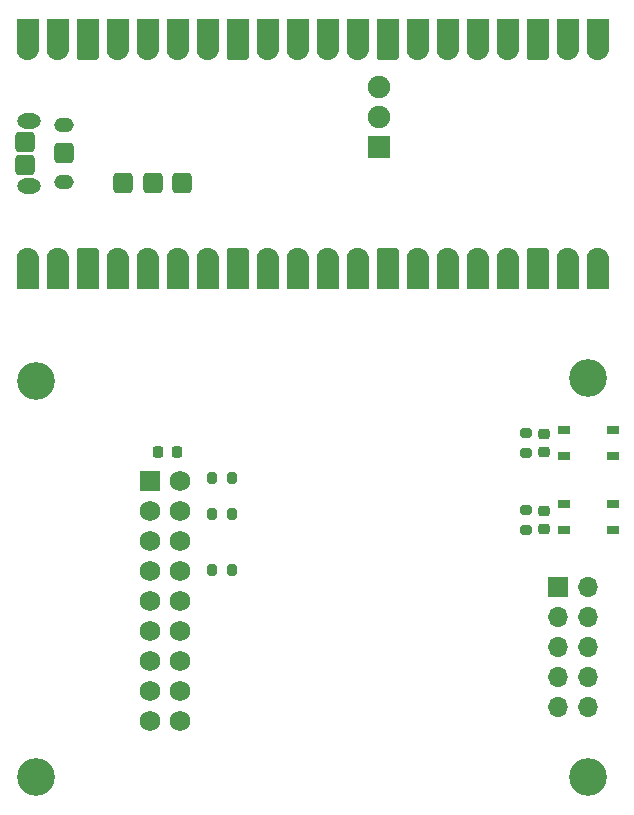
<source format=gts>
%TF.GenerationSoftware,KiCad,Pcbnew,8.0.7*%
%TF.CreationDate,2025-01-09T23:37:41+05:30*%
%TF.ProjectId,pico_ov7670_adapter,7069636f-5f6f-4763-9736-37305f616461,rev?*%
%TF.SameCoordinates,Original*%
%TF.FileFunction,Soldermask,Top*%
%TF.FilePolarity,Negative*%
%FSLAX46Y46*%
G04 Gerber Fmt 4.6, Leading zero omitted, Abs format (unit mm)*
G04 Created by KiCad (PCBNEW 8.0.7) date 2025-01-09 23:37:41*
%MOMM*%
%LPD*%
G01*
G04 APERTURE LIST*
G04 Aperture macros list*
%AMRoundRect*
0 Rectangle with rounded corners*
0 $1 Rounding radius*
0 $2 $3 $4 $5 $6 $7 $8 $9 X,Y pos of 4 corners*
0 Add a 4 corners polygon primitive as box body*
4,1,4,$2,$3,$4,$5,$6,$7,$8,$9,$2,$3,0*
0 Add four circle primitives for the rounded corners*
1,1,$1+$1,$2,$3*
1,1,$1+$1,$4,$5*
1,1,$1+$1,$6,$7*
1,1,$1+$1,$8,$9*
0 Add four rect primitives between the rounded corners*
20,1,$1+$1,$2,$3,$4,$5,0*
20,1,$1+$1,$4,$5,$6,$7,0*
20,1,$1+$1,$6,$7,$8,$9,0*
20,1,$1+$1,$8,$9,$2,$3,0*%
G04 Aperture macros list end*
%ADD10C,0.010000*%
%ADD11RoundRect,0.200000X0.200000X0.275000X-0.200000X0.275000X-0.200000X-0.275000X0.200000X-0.275000X0*%
%ADD12RoundRect,0.225000X-0.250000X0.225000X-0.250000X-0.225000X0.250000X-0.225000X0.250000X0.225000X0*%
%ADD13R,1.050000X0.650000*%
%ADD14C,3.200000*%
%ADD15RoundRect,0.200000X0.275000X-0.200000X0.275000X0.200000X-0.275000X0.200000X-0.275000X-0.200000X0*%
%ADD16C,1.728000*%
%ADD17RoundRect,0.102000X-0.762000X-0.762000X0.762000X-0.762000X0.762000X0.762000X-0.762000X0.762000X0*%
%ADD18C,1.700000*%
%ADD19O,2.004000X1.304000*%
%ADD20O,1.654000X1.254000*%
%ADD21RoundRect,0.102000X0.787400X-0.787400X0.787400X0.787400X-0.787400X0.787400X-0.787400X-0.787400X0*%
%ADD22RoundRect,0.102000X0.850000X-0.850000X0.850000X0.850000X-0.850000X0.850000X-0.850000X-0.850000X0*%
%ADD23C,1.778800*%
%ADD24C,1.904000*%
%ADD25RoundRect,0.340800X0.511200X-0.511200X0.511200X0.511200X-0.511200X0.511200X-0.511200X-0.511200X0*%
%ADD26RoundRect,0.225000X-0.225000X-0.250000X0.225000X-0.250000X0.225000X0.250000X-0.225000X0.250000X0*%
%ADD27R,1.700000X1.700000*%
%ADD28O,1.700000X1.700000*%
%ADD29RoundRect,0.200000X-0.200000X-0.275000X0.200000X-0.275000X0.200000X0.275000X-0.200000X0.275000X0*%
G04 APERTURE END LIST*
D10*
%TO.C,U2*%
X93398686Y-55097500D02*
X93397686Y-55144500D01*
X93393686Y-55191500D01*
X93387686Y-55238500D01*
X93378686Y-55284500D01*
X93367686Y-55330500D01*
X93354686Y-55375500D01*
X93338686Y-55420500D01*
X93320686Y-55463500D01*
X93300686Y-55506500D01*
X93277686Y-55547500D01*
X93253686Y-55587500D01*
X93226686Y-55626500D01*
X93197686Y-55663500D01*
X93167686Y-55699500D01*
X93134686Y-55733500D01*
X93100686Y-55766500D01*
X93064686Y-55796500D01*
X93027686Y-55825500D01*
X92988686Y-55852500D01*
X92948686Y-55876500D01*
X92907686Y-55899500D01*
X92864686Y-55919500D01*
X92821686Y-55937500D01*
X92776686Y-55953500D01*
X92731686Y-55966500D01*
X92685686Y-55977500D01*
X92639686Y-55986500D01*
X92592686Y-55992500D01*
X92545686Y-55996500D01*
X92498686Y-55997500D01*
X92451686Y-55996500D01*
X92404686Y-55992500D01*
X92357686Y-55986500D01*
X92311686Y-55977500D01*
X92265686Y-55966500D01*
X92220686Y-55953500D01*
X92175686Y-55937500D01*
X92132686Y-55919500D01*
X92089686Y-55899500D01*
X92048686Y-55876500D01*
X92008686Y-55852500D01*
X91969686Y-55825500D01*
X91932686Y-55796500D01*
X91896686Y-55766500D01*
X91862686Y-55733500D01*
X91829686Y-55699500D01*
X91799686Y-55663500D01*
X91770686Y-55626500D01*
X91743686Y-55587500D01*
X91719686Y-55547500D01*
X91696686Y-55506500D01*
X91676686Y-55463500D01*
X91658686Y-55420500D01*
X91642686Y-55375500D01*
X91629686Y-55330500D01*
X91618686Y-55284500D01*
X91609686Y-55238500D01*
X91603686Y-55191500D01*
X91599686Y-55144500D01*
X91598686Y-55097500D01*
X91598686Y-52597500D01*
X93398686Y-52597500D01*
X93398686Y-55097500D01*
G36*
X93398686Y-55097500D02*
G01*
X93397686Y-55144500D01*
X93393686Y-55191500D01*
X93387686Y-55238500D01*
X93378686Y-55284500D01*
X93367686Y-55330500D01*
X93354686Y-55375500D01*
X93338686Y-55420500D01*
X93320686Y-55463500D01*
X93300686Y-55506500D01*
X93277686Y-55547500D01*
X93253686Y-55587500D01*
X93226686Y-55626500D01*
X93197686Y-55663500D01*
X93167686Y-55699500D01*
X93134686Y-55733500D01*
X93100686Y-55766500D01*
X93064686Y-55796500D01*
X93027686Y-55825500D01*
X92988686Y-55852500D01*
X92948686Y-55876500D01*
X92907686Y-55899500D01*
X92864686Y-55919500D01*
X92821686Y-55937500D01*
X92776686Y-55953500D01*
X92731686Y-55966500D01*
X92685686Y-55977500D01*
X92639686Y-55986500D01*
X92592686Y-55992500D01*
X92545686Y-55996500D01*
X92498686Y-55997500D01*
X92451686Y-55996500D01*
X92404686Y-55992500D01*
X92357686Y-55986500D01*
X92311686Y-55977500D01*
X92265686Y-55966500D01*
X92220686Y-55953500D01*
X92175686Y-55937500D01*
X92132686Y-55919500D01*
X92089686Y-55899500D01*
X92048686Y-55876500D01*
X92008686Y-55852500D01*
X91969686Y-55825500D01*
X91932686Y-55796500D01*
X91896686Y-55766500D01*
X91862686Y-55733500D01*
X91829686Y-55699500D01*
X91799686Y-55663500D01*
X91770686Y-55626500D01*
X91743686Y-55587500D01*
X91719686Y-55547500D01*
X91696686Y-55506500D01*
X91676686Y-55463500D01*
X91658686Y-55420500D01*
X91642686Y-55375500D01*
X91629686Y-55330500D01*
X91618686Y-55284500D01*
X91609686Y-55238500D01*
X91603686Y-55191500D01*
X91599686Y-55144500D01*
X91598686Y-55097500D01*
X91598686Y-52597500D01*
X93398686Y-52597500D01*
X93398686Y-55097500D01*
G37*
X92545686Y-71978500D02*
X92592686Y-71982500D01*
X92639686Y-71988500D01*
X92685686Y-71997500D01*
X92731686Y-72008500D01*
X92776686Y-72021500D01*
X92821686Y-72037500D01*
X92864686Y-72055500D01*
X92907686Y-72075500D01*
X92948686Y-72098500D01*
X92988686Y-72122500D01*
X93027686Y-72149500D01*
X93064686Y-72178500D01*
X93100686Y-72208500D01*
X93134686Y-72241500D01*
X93167686Y-72275500D01*
X93197686Y-72311500D01*
X93226686Y-72348500D01*
X93253686Y-72387500D01*
X93277686Y-72427500D01*
X93300686Y-72468500D01*
X93320686Y-72511500D01*
X93338686Y-72554500D01*
X93354686Y-72599500D01*
X93367686Y-72644500D01*
X93378686Y-72690500D01*
X93387686Y-72736500D01*
X93393686Y-72783500D01*
X93397686Y-72830500D01*
X93398686Y-72877500D01*
X93398686Y-75377500D01*
X91598686Y-75377500D01*
X91598686Y-72877500D01*
X91599686Y-72830500D01*
X91603686Y-72783500D01*
X91609686Y-72736500D01*
X91618686Y-72690500D01*
X91629686Y-72644500D01*
X91642686Y-72599500D01*
X91658686Y-72554500D01*
X91676686Y-72511500D01*
X91696686Y-72468500D01*
X91719686Y-72427500D01*
X91743686Y-72387500D01*
X91770686Y-72348500D01*
X91799686Y-72311500D01*
X91829686Y-72275500D01*
X91862686Y-72241500D01*
X91896686Y-72208500D01*
X91932686Y-72178500D01*
X91969686Y-72149500D01*
X92008686Y-72122500D01*
X92048686Y-72098500D01*
X92089686Y-72075500D01*
X92132686Y-72055500D01*
X92175686Y-72037500D01*
X92220686Y-72021500D01*
X92265686Y-72008500D01*
X92311686Y-71997500D01*
X92357686Y-71988500D01*
X92404686Y-71982500D01*
X92451686Y-71978500D01*
X92498686Y-71977500D01*
X92545686Y-71978500D01*
G36*
X92545686Y-71978500D02*
G01*
X92592686Y-71982500D01*
X92639686Y-71988500D01*
X92685686Y-71997500D01*
X92731686Y-72008500D01*
X92776686Y-72021500D01*
X92821686Y-72037500D01*
X92864686Y-72055500D01*
X92907686Y-72075500D01*
X92948686Y-72098500D01*
X92988686Y-72122500D01*
X93027686Y-72149500D01*
X93064686Y-72178500D01*
X93100686Y-72208500D01*
X93134686Y-72241500D01*
X93167686Y-72275500D01*
X93197686Y-72311500D01*
X93226686Y-72348500D01*
X93253686Y-72387500D01*
X93277686Y-72427500D01*
X93300686Y-72468500D01*
X93320686Y-72511500D01*
X93338686Y-72554500D01*
X93354686Y-72599500D01*
X93367686Y-72644500D01*
X93378686Y-72690500D01*
X93387686Y-72736500D01*
X93393686Y-72783500D01*
X93397686Y-72830500D01*
X93398686Y-72877500D01*
X93398686Y-75377500D01*
X91598686Y-75377500D01*
X91598686Y-72877500D01*
X91599686Y-72830500D01*
X91603686Y-72783500D01*
X91609686Y-72736500D01*
X91618686Y-72690500D01*
X91629686Y-72644500D01*
X91642686Y-72599500D01*
X91658686Y-72554500D01*
X91676686Y-72511500D01*
X91696686Y-72468500D01*
X91719686Y-72427500D01*
X91743686Y-72387500D01*
X91770686Y-72348500D01*
X91799686Y-72311500D01*
X91829686Y-72275500D01*
X91862686Y-72241500D01*
X91896686Y-72208500D01*
X91932686Y-72178500D01*
X91969686Y-72149500D01*
X92008686Y-72122500D01*
X92048686Y-72098500D01*
X92089686Y-72075500D01*
X92132686Y-72055500D01*
X92175686Y-72037500D01*
X92220686Y-72021500D01*
X92265686Y-72008500D01*
X92311686Y-71997500D01*
X92357686Y-71988500D01*
X92404686Y-71982500D01*
X92451686Y-71978500D01*
X92498686Y-71977500D01*
X92545686Y-71978500D01*
G37*
X95938686Y-55097500D02*
X95937686Y-55144500D01*
X95933686Y-55191500D01*
X95927686Y-55238500D01*
X95918686Y-55284500D01*
X95907686Y-55330500D01*
X95894686Y-55375500D01*
X95878686Y-55420500D01*
X95860686Y-55463500D01*
X95840686Y-55506500D01*
X95817686Y-55547500D01*
X95793686Y-55587500D01*
X95766686Y-55626500D01*
X95737686Y-55663500D01*
X95707686Y-55699500D01*
X95674686Y-55733500D01*
X95640686Y-55766500D01*
X95604686Y-55796500D01*
X95567686Y-55825500D01*
X95528686Y-55852500D01*
X95488686Y-55876500D01*
X95447686Y-55899500D01*
X95404686Y-55919500D01*
X95361686Y-55937500D01*
X95316686Y-55953500D01*
X95271686Y-55966500D01*
X95225686Y-55977500D01*
X95179686Y-55986500D01*
X95132686Y-55992500D01*
X95085686Y-55996500D01*
X95038686Y-55997500D01*
X94991686Y-55996500D01*
X94944686Y-55992500D01*
X94897686Y-55986500D01*
X94851686Y-55977500D01*
X94805686Y-55966500D01*
X94760686Y-55953500D01*
X94715686Y-55937500D01*
X94672686Y-55919500D01*
X94629686Y-55899500D01*
X94588686Y-55876500D01*
X94548686Y-55852500D01*
X94509686Y-55825500D01*
X94472686Y-55796500D01*
X94436686Y-55766500D01*
X94402686Y-55733500D01*
X94369686Y-55699500D01*
X94339686Y-55663500D01*
X94310686Y-55626500D01*
X94283686Y-55587500D01*
X94259686Y-55547500D01*
X94236686Y-55506500D01*
X94216686Y-55463500D01*
X94198686Y-55420500D01*
X94182686Y-55375500D01*
X94169686Y-55330500D01*
X94158686Y-55284500D01*
X94149686Y-55238500D01*
X94143686Y-55191500D01*
X94139686Y-55144500D01*
X94138686Y-55097500D01*
X94138686Y-52597500D01*
X95938686Y-52597500D01*
X95938686Y-55097500D01*
G36*
X95938686Y-55097500D02*
G01*
X95937686Y-55144500D01*
X95933686Y-55191500D01*
X95927686Y-55238500D01*
X95918686Y-55284500D01*
X95907686Y-55330500D01*
X95894686Y-55375500D01*
X95878686Y-55420500D01*
X95860686Y-55463500D01*
X95840686Y-55506500D01*
X95817686Y-55547500D01*
X95793686Y-55587500D01*
X95766686Y-55626500D01*
X95737686Y-55663500D01*
X95707686Y-55699500D01*
X95674686Y-55733500D01*
X95640686Y-55766500D01*
X95604686Y-55796500D01*
X95567686Y-55825500D01*
X95528686Y-55852500D01*
X95488686Y-55876500D01*
X95447686Y-55899500D01*
X95404686Y-55919500D01*
X95361686Y-55937500D01*
X95316686Y-55953500D01*
X95271686Y-55966500D01*
X95225686Y-55977500D01*
X95179686Y-55986500D01*
X95132686Y-55992500D01*
X95085686Y-55996500D01*
X95038686Y-55997500D01*
X94991686Y-55996500D01*
X94944686Y-55992500D01*
X94897686Y-55986500D01*
X94851686Y-55977500D01*
X94805686Y-55966500D01*
X94760686Y-55953500D01*
X94715686Y-55937500D01*
X94672686Y-55919500D01*
X94629686Y-55899500D01*
X94588686Y-55876500D01*
X94548686Y-55852500D01*
X94509686Y-55825500D01*
X94472686Y-55796500D01*
X94436686Y-55766500D01*
X94402686Y-55733500D01*
X94369686Y-55699500D01*
X94339686Y-55663500D01*
X94310686Y-55626500D01*
X94283686Y-55587500D01*
X94259686Y-55547500D01*
X94236686Y-55506500D01*
X94216686Y-55463500D01*
X94198686Y-55420500D01*
X94182686Y-55375500D01*
X94169686Y-55330500D01*
X94158686Y-55284500D01*
X94149686Y-55238500D01*
X94143686Y-55191500D01*
X94139686Y-55144500D01*
X94138686Y-55097500D01*
X94138686Y-52597500D01*
X95938686Y-52597500D01*
X95938686Y-55097500D01*
G37*
X95085686Y-71978500D02*
X95132686Y-71982500D01*
X95179686Y-71988500D01*
X95225686Y-71997500D01*
X95271686Y-72008500D01*
X95316686Y-72021500D01*
X95361686Y-72037500D01*
X95404686Y-72055500D01*
X95447686Y-72075500D01*
X95488686Y-72098500D01*
X95528686Y-72122500D01*
X95567686Y-72149500D01*
X95604686Y-72178500D01*
X95640686Y-72208500D01*
X95674686Y-72241500D01*
X95707686Y-72275500D01*
X95737686Y-72311500D01*
X95766686Y-72348500D01*
X95793686Y-72387500D01*
X95817686Y-72427500D01*
X95840686Y-72468500D01*
X95860686Y-72511500D01*
X95878686Y-72554500D01*
X95894686Y-72599500D01*
X95907686Y-72644500D01*
X95918686Y-72690500D01*
X95927686Y-72736500D01*
X95933686Y-72783500D01*
X95937686Y-72830500D01*
X95938686Y-72877500D01*
X95938686Y-75377500D01*
X94138686Y-75377500D01*
X94138686Y-72877500D01*
X94139686Y-72830500D01*
X94143686Y-72783500D01*
X94149686Y-72736500D01*
X94158686Y-72690500D01*
X94169686Y-72644500D01*
X94182686Y-72599500D01*
X94198686Y-72554500D01*
X94216686Y-72511500D01*
X94236686Y-72468500D01*
X94259686Y-72427500D01*
X94283686Y-72387500D01*
X94310686Y-72348500D01*
X94339686Y-72311500D01*
X94369686Y-72275500D01*
X94402686Y-72241500D01*
X94436686Y-72208500D01*
X94472686Y-72178500D01*
X94509686Y-72149500D01*
X94548686Y-72122500D01*
X94588686Y-72098500D01*
X94629686Y-72075500D01*
X94672686Y-72055500D01*
X94715686Y-72037500D01*
X94760686Y-72021500D01*
X94805686Y-72008500D01*
X94851686Y-71997500D01*
X94897686Y-71988500D01*
X94944686Y-71982500D01*
X94991686Y-71978500D01*
X95038686Y-71977500D01*
X95085686Y-71978500D01*
G36*
X95085686Y-71978500D02*
G01*
X95132686Y-71982500D01*
X95179686Y-71988500D01*
X95225686Y-71997500D01*
X95271686Y-72008500D01*
X95316686Y-72021500D01*
X95361686Y-72037500D01*
X95404686Y-72055500D01*
X95447686Y-72075500D01*
X95488686Y-72098500D01*
X95528686Y-72122500D01*
X95567686Y-72149500D01*
X95604686Y-72178500D01*
X95640686Y-72208500D01*
X95674686Y-72241500D01*
X95707686Y-72275500D01*
X95737686Y-72311500D01*
X95766686Y-72348500D01*
X95793686Y-72387500D01*
X95817686Y-72427500D01*
X95840686Y-72468500D01*
X95860686Y-72511500D01*
X95878686Y-72554500D01*
X95894686Y-72599500D01*
X95907686Y-72644500D01*
X95918686Y-72690500D01*
X95927686Y-72736500D01*
X95933686Y-72783500D01*
X95937686Y-72830500D01*
X95938686Y-72877500D01*
X95938686Y-75377500D01*
X94138686Y-75377500D01*
X94138686Y-72877500D01*
X94139686Y-72830500D01*
X94143686Y-72783500D01*
X94149686Y-72736500D01*
X94158686Y-72690500D01*
X94169686Y-72644500D01*
X94182686Y-72599500D01*
X94198686Y-72554500D01*
X94216686Y-72511500D01*
X94236686Y-72468500D01*
X94259686Y-72427500D01*
X94283686Y-72387500D01*
X94310686Y-72348500D01*
X94339686Y-72311500D01*
X94369686Y-72275500D01*
X94402686Y-72241500D01*
X94436686Y-72208500D01*
X94472686Y-72178500D01*
X94509686Y-72149500D01*
X94548686Y-72122500D01*
X94588686Y-72098500D01*
X94629686Y-72075500D01*
X94672686Y-72055500D01*
X94715686Y-72037500D01*
X94760686Y-72021500D01*
X94805686Y-72008500D01*
X94851686Y-71997500D01*
X94897686Y-71988500D01*
X94944686Y-71982500D01*
X94991686Y-71978500D01*
X95038686Y-71977500D01*
X95085686Y-71978500D01*
G37*
X101018686Y-55097500D02*
X101017686Y-55144500D01*
X101013686Y-55191500D01*
X101007686Y-55238500D01*
X100998686Y-55284500D01*
X100987686Y-55330500D01*
X100974686Y-55375500D01*
X100958686Y-55420500D01*
X100940686Y-55463500D01*
X100920686Y-55506500D01*
X100897686Y-55547500D01*
X100873686Y-55587500D01*
X100846686Y-55626500D01*
X100817686Y-55663500D01*
X100787686Y-55699500D01*
X100754686Y-55733500D01*
X100720686Y-55766500D01*
X100684686Y-55796500D01*
X100647686Y-55825500D01*
X100608686Y-55852500D01*
X100568686Y-55876500D01*
X100527686Y-55899500D01*
X100484686Y-55919500D01*
X100441686Y-55937500D01*
X100396686Y-55953500D01*
X100351686Y-55966500D01*
X100305686Y-55977500D01*
X100259686Y-55986500D01*
X100212686Y-55992500D01*
X100165686Y-55996500D01*
X100118686Y-55997500D01*
X100071686Y-55996500D01*
X100024686Y-55992500D01*
X99977686Y-55986500D01*
X99931686Y-55977500D01*
X99885686Y-55966500D01*
X99840686Y-55953500D01*
X99795686Y-55937500D01*
X99752686Y-55919500D01*
X99709686Y-55899500D01*
X99668686Y-55876500D01*
X99628686Y-55852500D01*
X99589686Y-55825500D01*
X99552686Y-55796500D01*
X99516686Y-55766500D01*
X99482686Y-55733500D01*
X99449686Y-55699500D01*
X99419686Y-55663500D01*
X99390686Y-55626500D01*
X99363686Y-55587500D01*
X99339686Y-55547500D01*
X99316686Y-55506500D01*
X99296686Y-55463500D01*
X99278686Y-55420500D01*
X99262686Y-55375500D01*
X99249686Y-55330500D01*
X99238686Y-55284500D01*
X99229686Y-55238500D01*
X99223686Y-55191500D01*
X99219686Y-55144500D01*
X99218686Y-55097500D01*
X99218686Y-52597500D01*
X101018686Y-52597500D01*
X101018686Y-55097500D01*
G36*
X101018686Y-55097500D02*
G01*
X101017686Y-55144500D01*
X101013686Y-55191500D01*
X101007686Y-55238500D01*
X100998686Y-55284500D01*
X100987686Y-55330500D01*
X100974686Y-55375500D01*
X100958686Y-55420500D01*
X100940686Y-55463500D01*
X100920686Y-55506500D01*
X100897686Y-55547500D01*
X100873686Y-55587500D01*
X100846686Y-55626500D01*
X100817686Y-55663500D01*
X100787686Y-55699500D01*
X100754686Y-55733500D01*
X100720686Y-55766500D01*
X100684686Y-55796500D01*
X100647686Y-55825500D01*
X100608686Y-55852500D01*
X100568686Y-55876500D01*
X100527686Y-55899500D01*
X100484686Y-55919500D01*
X100441686Y-55937500D01*
X100396686Y-55953500D01*
X100351686Y-55966500D01*
X100305686Y-55977500D01*
X100259686Y-55986500D01*
X100212686Y-55992500D01*
X100165686Y-55996500D01*
X100118686Y-55997500D01*
X100071686Y-55996500D01*
X100024686Y-55992500D01*
X99977686Y-55986500D01*
X99931686Y-55977500D01*
X99885686Y-55966500D01*
X99840686Y-55953500D01*
X99795686Y-55937500D01*
X99752686Y-55919500D01*
X99709686Y-55899500D01*
X99668686Y-55876500D01*
X99628686Y-55852500D01*
X99589686Y-55825500D01*
X99552686Y-55796500D01*
X99516686Y-55766500D01*
X99482686Y-55733500D01*
X99449686Y-55699500D01*
X99419686Y-55663500D01*
X99390686Y-55626500D01*
X99363686Y-55587500D01*
X99339686Y-55547500D01*
X99316686Y-55506500D01*
X99296686Y-55463500D01*
X99278686Y-55420500D01*
X99262686Y-55375500D01*
X99249686Y-55330500D01*
X99238686Y-55284500D01*
X99229686Y-55238500D01*
X99223686Y-55191500D01*
X99219686Y-55144500D01*
X99218686Y-55097500D01*
X99218686Y-52597500D01*
X101018686Y-52597500D01*
X101018686Y-55097500D01*
G37*
X100165686Y-71978500D02*
X100212686Y-71982500D01*
X100259686Y-71988500D01*
X100305686Y-71997500D01*
X100351686Y-72008500D01*
X100396686Y-72021500D01*
X100441686Y-72037500D01*
X100484686Y-72055500D01*
X100527686Y-72075500D01*
X100568686Y-72098500D01*
X100608686Y-72122500D01*
X100647686Y-72149500D01*
X100684686Y-72178500D01*
X100720686Y-72208500D01*
X100754686Y-72241500D01*
X100787686Y-72275500D01*
X100817686Y-72311500D01*
X100846686Y-72348500D01*
X100873686Y-72387500D01*
X100897686Y-72427500D01*
X100920686Y-72468500D01*
X100940686Y-72511500D01*
X100958686Y-72554500D01*
X100974686Y-72599500D01*
X100987686Y-72644500D01*
X100998686Y-72690500D01*
X101007686Y-72736500D01*
X101013686Y-72783500D01*
X101017686Y-72830500D01*
X101018686Y-72877500D01*
X101018686Y-75377500D01*
X99218686Y-75377500D01*
X99218686Y-72877500D01*
X99219686Y-72830500D01*
X99223686Y-72783500D01*
X99229686Y-72736500D01*
X99238686Y-72690500D01*
X99249686Y-72644500D01*
X99262686Y-72599500D01*
X99278686Y-72554500D01*
X99296686Y-72511500D01*
X99316686Y-72468500D01*
X99339686Y-72427500D01*
X99363686Y-72387500D01*
X99390686Y-72348500D01*
X99419686Y-72311500D01*
X99449686Y-72275500D01*
X99482686Y-72241500D01*
X99516686Y-72208500D01*
X99552686Y-72178500D01*
X99589686Y-72149500D01*
X99628686Y-72122500D01*
X99668686Y-72098500D01*
X99709686Y-72075500D01*
X99752686Y-72055500D01*
X99795686Y-72037500D01*
X99840686Y-72021500D01*
X99885686Y-72008500D01*
X99931686Y-71997500D01*
X99977686Y-71988500D01*
X100024686Y-71982500D01*
X100071686Y-71978500D01*
X100118686Y-71977500D01*
X100165686Y-71978500D01*
G36*
X100165686Y-71978500D02*
G01*
X100212686Y-71982500D01*
X100259686Y-71988500D01*
X100305686Y-71997500D01*
X100351686Y-72008500D01*
X100396686Y-72021500D01*
X100441686Y-72037500D01*
X100484686Y-72055500D01*
X100527686Y-72075500D01*
X100568686Y-72098500D01*
X100608686Y-72122500D01*
X100647686Y-72149500D01*
X100684686Y-72178500D01*
X100720686Y-72208500D01*
X100754686Y-72241500D01*
X100787686Y-72275500D01*
X100817686Y-72311500D01*
X100846686Y-72348500D01*
X100873686Y-72387500D01*
X100897686Y-72427500D01*
X100920686Y-72468500D01*
X100940686Y-72511500D01*
X100958686Y-72554500D01*
X100974686Y-72599500D01*
X100987686Y-72644500D01*
X100998686Y-72690500D01*
X101007686Y-72736500D01*
X101013686Y-72783500D01*
X101017686Y-72830500D01*
X101018686Y-72877500D01*
X101018686Y-75377500D01*
X99218686Y-75377500D01*
X99218686Y-72877500D01*
X99219686Y-72830500D01*
X99223686Y-72783500D01*
X99229686Y-72736500D01*
X99238686Y-72690500D01*
X99249686Y-72644500D01*
X99262686Y-72599500D01*
X99278686Y-72554500D01*
X99296686Y-72511500D01*
X99316686Y-72468500D01*
X99339686Y-72427500D01*
X99363686Y-72387500D01*
X99390686Y-72348500D01*
X99419686Y-72311500D01*
X99449686Y-72275500D01*
X99482686Y-72241500D01*
X99516686Y-72208500D01*
X99552686Y-72178500D01*
X99589686Y-72149500D01*
X99628686Y-72122500D01*
X99668686Y-72098500D01*
X99709686Y-72075500D01*
X99752686Y-72055500D01*
X99795686Y-72037500D01*
X99840686Y-72021500D01*
X99885686Y-72008500D01*
X99931686Y-71997500D01*
X99977686Y-71988500D01*
X100024686Y-71982500D01*
X100071686Y-71978500D01*
X100118686Y-71977500D01*
X100165686Y-71978500D01*
G37*
X103558686Y-55097500D02*
X103557686Y-55144500D01*
X103553686Y-55191500D01*
X103547686Y-55238500D01*
X103538686Y-55284500D01*
X103527686Y-55330500D01*
X103514686Y-55375500D01*
X103498686Y-55420500D01*
X103480686Y-55463500D01*
X103460686Y-55506500D01*
X103437686Y-55547500D01*
X103413686Y-55587500D01*
X103386686Y-55626500D01*
X103357686Y-55663500D01*
X103327686Y-55699500D01*
X103294686Y-55733500D01*
X103260686Y-55766500D01*
X103224686Y-55796500D01*
X103187686Y-55825500D01*
X103148686Y-55852500D01*
X103108686Y-55876500D01*
X103067686Y-55899500D01*
X103024686Y-55919500D01*
X102981686Y-55937500D01*
X102936686Y-55953500D01*
X102891686Y-55966500D01*
X102845686Y-55977500D01*
X102799686Y-55986500D01*
X102752686Y-55992500D01*
X102705686Y-55996500D01*
X102658686Y-55997500D01*
X102611686Y-55996500D01*
X102564686Y-55992500D01*
X102517686Y-55986500D01*
X102471686Y-55977500D01*
X102425686Y-55966500D01*
X102380686Y-55953500D01*
X102335686Y-55937500D01*
X102292686Y-55919500D01*
X102249686Y-55899500D01*
X102208686Y-55876500D01*
X102168686Y-55852500D01*
X102129686Y-55825500D01*
X102092686Y-55796500D01*
X102056686Y-55766500D01*
X102022686Y-55733500D01*
X101989686Y-55699500D01*
X101959686Y-55663500D01*
X101930686Y-55626500D01*
X101903686Y-55587500D01*
X101879686Y-55547500D01*
X101856686Y-55506500D01*
X101836686Y-55463500D01*
X101818686Y-55420500D01*
X101802686Y-55375500D01*
X101789686Y-55330500D01*
X101778686Y-55284500D01*
X101769686Y-55238500D01*
X101763686Y-55191500D01*
X101759686Y-55144500D01*
X101758686Y-55097500D01*
X101758686Y-52597500D01*
X103558686Y-52597500D01*
X103558686Y-55097500D01*
G36*
X103558686Y-55097500D02*
G01*
X103557686Y-55144500D01*
X103553686Y-55191500D01*
X103547686Y-55238500D01*
X103538686Y-55284500D01*
X103527686Y-55330500D01*
X103514686Y-55375500D01*
X103498686Y-55420500D01*
X103480686Y-55463500D01*
X103460686Y-55506500D01*
X103437686Y-55547500D01*
X103413686Y-55587500D01*
X103386686Y-55626500D01*
X103357686Y-55663500D01*
X103327686Y-55699500D01*
X103294686Y-55733500D01*
X103260686Y-55766500D01*
X103224686Y-55796500D01*
X103187686Y-55825500D01*
X103148686Y-55852500D01*
X103108686Y-55876500D01*
X103067686Y-55899500D01*
X103024686Y-55919500D01*
X102981686Y-55937500D01*
X102936686Y-55953500D01*
X102891686Y-55966500D01*
X102845686Y-55977500D01*
X102799686Y-55986500D01*
X102752686Y-55992500D01*
X102705686Y-55996500D01*
X102658686Y-55997500D01*
X102611686Y-55996500D01*
X102564686Y-55992500D01*
X102517686Y-55986500D01*
X102471686Y-55977500D01*
X102425686Y-55966500D01*
X102380686Y-55953500D01*
X102335686Y-55937500D01*
X102292686Y-55919500D01*
X102249686Y-55899500D01*
X102208686Y-55876500D01*
X102168686Y-55852500D01*
X102129686Y-55825500D01*
X102092686Y-55796500D01*
X102056686Y-55766500D01*
X102022686Y-55733500D01*
X101989686Y-55699500D01*
X101959686Y-55663500D01*
X101930686Y-55626500D01*
X101903686Y-55587500D01*
X101879686Y-55547500D01*
X101856686Y-55506500D01*
X101836686Y-55463500D01*
X101818686Y-55420500D01*
X101802686Y-55375500D01*
X101789686Y-55330500D01*
X101778686Y-55284500D01*
X101769686Y-55238500D01*
X101763686Y-55191500D01*
X101759686Y-55144500D01*
X101758686Y-55097500D01*
X101758686Y-52597500D01*
X103558686Y-52597500D01*
X103558686Y-55097500D01*
G37*
X102705686Y-71978500D02*
X102752686Y-71982500D01*
X102799686Y-71988500D01*
X102845686Y-71997500D01*
X102891686Y-72008500D01*
X102936686Y-72021500D01*
X102981686Y-72037500D01*
X103024686Y-72055500D01*
X103067686Y-72075500D01*
X103108686Y-72098500D01*
X103148686Y-72122500D01*
X103187686Y-72149500D01*
X103224686Y-72178500D01*
X103260686Y-72208500D01*
X103294686Y-72241500D01*
X103327686Y-72275500D01*
X103357686Y-72311500D01*
X103386686Y-72348500D01*
X103413686Y-72387500D01*
X103437686Y-72427500D01*
X103460686Y-72468500D01*
X103480686Y-72511500D01*
X103498686Y-72554500D01*
X103514686Y-72599500D01*
X103527686Y-72644500D01*
X103538686Y-72690500D01*
X103547686Y-72736500D01*
X103553686Y-72783500D01*
X103557686Y-72830500D01*
X103558686Y-72877500D01*
X103558686Y-75377500D01*
X101758686Y-75377500D01*
X101758686Y-72877500D01*
X101759686Y-72830500D01*
X101763686Y-72783500D01*
X101769686Y-72736500D01*
X101778686Y-72690500D01*
X101789686Y-72644500D01*
X101802686Y-72599500D01*
X101818686Y-72554500D01*
X101836686Y-72511500D01*
X101856686Y-72468500D01*
X101879686Y-72427500D01*
X101903686Y-72387500D01*
X101930686Y-72348500D01*
X101959686Y-72311500D01*
X101989686Y-72275500D01*
X102022686Y-72241500D01*
X102056686Y-72208500D01*
X102092686Y-72178500D01*
X102129686Y-72149500D01*
X102168686Y-72122500D01*
X102208686Y-72098500D01*
X102249686Y-72075500D01*
X102292686Y-72055500D01*
X102335686Y-72037500D01*
X102380686Y-72021500D01*
X102425686Y-72008500D01*
X102471686Y-71997500D01*
X102517686Y-71988500D01*
X102564686Y-71982500D01*
X102611686Y-71978500D01*
X102658686Y-71977500D01*
X102705686Y-71978500D01*
G36*
X102705686Y-71978500D02*
G01*
X102752686Y-71982500D01*
X102799686Y-71988500D01*
X102845686Y-71997500D01*
X102891686Y-72008500D01*
X102936686Y-72021500D01*
X102981686Y-72037500D01*
X103024686Y-72055500D01*
X103067686Y-72075500D01*
X103108686Y-72098500D01*
X103148686Y-72122500D01*
X103187686Y-72149500D01*
X103224686Y-72178500D01*
X103260686Y-72208500D01*
X103294686Y-72241500D01*
X103327686Y-72275500D01*
X103357686Y-72311500D01*
X103386686Y-72348500D01*
X103413686Y-72387500D01*
X103437686Y-72427500D01*
X103460686Y-72468500D01*
X103480686Y-72511500D01*
X103498686Y-72554500D01*
X103514686Y-72599500D01*
X103527686Y-72644500D01*
X103538686Y-72690500D01*
X103547686Y-72736500D01*
X103553686Y-72783500D01*
X103557686Y-72830500D01*
X103558686Y-72877500D01*
X103558686Y-75377500D01*
X101758686Y-75377500D01*
X101758686Y-72877500D01*
X101759686Y-72830500D01*
X101763686Y-72783500D01*
X101769686Y-72736500D01*
X101778686Y-72690500D01*
X101789686Y-72644500D01*
X101802686Y-72599500D01*
X101818686Y-72554500D01*
X101836686Y-72511500D01*
X101856686Y-72468500D01*
X101879686Y-72427500D01*
X101903686Y-72387500D01*
X101930686Y-72348500D01*
X101959686Y-72311500D01*
X101989686Y-72275500D01*
X102022686Y-72241500D01*
X102056686Y-72208500D01*
X102092686Y-72178500D01*
X102129686Y-72149500D01*
X102168686Y-72122500D01*
X102208686Y-72098500D01*
X102249686Y-72075500D01*
X102292686Y-72055500D01*
X102335686Y-72037500D01*
X102380686Y-72021500D01*
X102425686Y-72008500D01*
X102471686Y-71997500D01*
X102517686Y-71988500D01*
X102564686Y-71982500D01*
X102611686Y-71978500D01*
X102658686Y-71977500D01*
X102705686Y-71978500D01*
G37*
X106098686Y-55097500D02*
X106097686Y-55144500D01*
X106093686Y-55191500D01*
X106087686Y-55238500D01*
X106078686Y-55284500D01*
X106067686Y-55330500D01*
X106054686Y-55375500D01*
X106038686Y-55420500D01*
X106020686Y-55463500D01*
X106000686Y-55506500D01*
X105977686Y-55547500D01*
X105953686Y-55587500D01*
X105926686Y-55626500D01*
X105897686Y-55663500D01*
X105867686Y-55699500D01*
X105834686Y-55733500D01*
X105800686Y-55766500D01*
X105764686Y-55796500D01*
X105727686Y-55825500D01*
X105688686Y-55852500D01*
X105648686Y-55876500D01*
X105607686Y-55899500D01*
X105564686Y-55919500D01*
X105521686Y-55937500D01*
X105476686Y-55953500D01*
X105431686Y-55966500D01*
X105385686Y-55977500D01*
X105339686Y-55986500D01*
X105292686Y-55992500D01*
X105245686Y-55996500D01*
X105198686Y-55997500D01*
X105151686Y-55996500D01*
X105104686Y-55992500D01*
X105057686Y-55986500D01*
X105011686Y-55977500D01*
X104965686Y-55966500D01*
X104920686Y-55953500D01*
X104875686Y-55937500D01*
X104832686Y-55919500D01*
X104789686Y-55899500D01*
X104748686Y-55876500D01*
X104708686Y-55852500D01*
X104669686Y-55825500D01*
X104632686Y-55796500D01*
X104596686Y-55766500D01*
X104562686Y-55733500D01*
X104529686Y-55699500D01*
X104499686Y-55663500D01*
X104470686Y-55626500D01*
X104443686Y-55587500D01*
X104419686Y-55547500D01*
X104396686Y-55506500D01*
X104376686Y-55463500D01*
X104358686Y-55420500D01*
X104342686Y-55375500D01*
X104329686Y-55330500D01*
X104318686Y-55284500D01*
X104309686Y-55238500D01*
X104303686Y-55191500D01*
X104299686Y-55144500D01*
X104298686Y-55097500D01*
X104298686Y-52597500D01*
X106098686Y-52597500D01*
X106098686Y-55097500D01*
G36*
X106098686Y-55097500D02*
G01*
X106097686Y-55144500D01*
X106093686Y-55191500D01*
X106087686Y-55238500D01*
X106078686Y-55284500D01*
X106067686Y-55330500D01*
X106054686Y-55375500D01*
X106038686Y-55420500D01*
X106020686Y-55463500D01*
X106000686Y-55506500D01*
X105977686Y-55547500D01*
X105953686Y-55587500D01*
X105926686Y-55626500D01*
X105897686Y-55663500D01*
X105867686Y-55699500D01*
X105834686Y-55733500D01*
X105800686Y-55766500D01*
X105764686Y-55796500D01*
X105727686Y-55825500D01*
X105688686Y-55852500D01*
X105648686Y-55876500D01*
X105607686Y-55899500D01*
X105564686Y-55919500D01*
X105521686Y-55937500D01*
X105476686Y-55953500D01*
X105431686Y-55966500D01*
X105385686Y-55977500D01*
X105339686Y-55986500D01*
X105292686Y-55992500D01*
X105245686Y-55996500D01*
X105198686Y-55997500D01*
X105151686Y-55996500D01*
X105104686Y-55992500D01*
X105057686Y-55986500D01*
X105011686Y-55977500D01*
X104965686Y-55966500D01*
X104920686Y-55953500D01*
X104875686Y-55937500D01*
X104832686Y-55919500D01*
X104789686Y-55899500D01*
X104748686Y-55876500D01*
X104708686Y-55852500D01*
X104669686Y-55825500D01*
X104632686Y-55796500D01*
X104596686Y-55766500D01*
X104562686Y-55733500D01*
X104529686Y-55699500D01*
X104499686Y-55663500D01*
X104470686Y-55626500D01*
X104443686Y-55587500D01*
X104419686Y-55547500D01*
X104396686Y-55506500D01*
X104376686Y-55463500D01*
X104358686Y-55420500D01*
X104342686Y-55375500D01*
X104329686Y-55330500D01*
X104318686Y-55284500D01*
X104309686Y-55238500D01*
X104303686Y-55191500D01*
X104299686Y-55144500D01*
X104298686Y-55097500D01*
X104298686Y-52597500D01*
X106098686Y-52597500D01*
X106098686Y-55097500D01*
G37*
X105245686Y-71978500D02*
X105292686Y-71982500D01*
X105339686Y-71988500D01*
X105385686Y-71997500D01*
X105431686Y-72008500D01*
X105476686Y-72021500D01*
X105521686Y-72037500D01*
X105564686Y-72055500D01*
X105607686Y-72075500D01*
X105648686Y-72098500D01*
X105688686Y-72122500D01*
X105727686Y-72149500D01*
X105764686Y-72178500D01*
X105800686Y-72208500D01*
X105834686Y-72241500D01*
X105867686Y-72275500D01*
X105897686Y-72311500D01*
X105926686Y-72348500D01*
X105953686Y-72387500D01*
X105977686Y-72427500D01*
X106000686Y-72468500D01*
X106020686Y-72511500D01*
X106038686Y-72554500D01*
X106054686Y-72599500D01*
X106067686Y-72644500D01*
X106078686Y-72690500D01*
X106087686Y-72736500D01*
X106093686Y-72783500D01*
X106097686Y-72830500D01*
X106098686Y-72877500D01*
X106098686Y-75377500D01*
X104298686Y-75377500D01*
X104298686Y-72877500D01*
X104299686Y-72830500D01*
X104303686Y-72783500D01*
X104309686Y-72736500D01*
X104318686Y-72690500D01*
X104329686Y-72644500D01*
X104342686Y-72599500D01*
X104358686Y-72554500D01*
X104376686Y-72511500D01*
X104396686Y-72468500D01*
X104419686Y-72427500D01*
X104443686Y-72387500D01*
X104470686Y-72348500D01*
X104499686Y-72311500D01*
X104529686Y-72275500D01*
X104562686Y-72241500D01*
X104596686Y-72208500D01*
X104632686Y-72178500D01*
X104669686Y-72149500D01*
X104708686Y-72122500D01*
X104748686Y-72098500D01*
X104789686Y-72075500D01*
X104832686Y-72055500D01*
X104875686Y-72037500D01*
X104920686Y-72021500D01*
X104965686Y-72008500D01*
X105011686Y-71997500D01*
X105057686Y-71988500D01*
X105104686Y-71982500D01*
X105151686Y-71978500D01*
X105198686Y-71977500D01*
X105245686Y-71978500D01*
G36*
X105245686Y-71978500D02*
G01*
X105292686Y-71982500D01*
X105339686Y-71988500D01*
X105385686Y-71997500D01*
X105431686Y-72008500D01*
X105476686Y-72021500D01*
X105521686Y-72037500D01*
X105564686Y-72055500D01*
X105607686Y-72075500D01*
X105648686Y-72098500D01*
X105688686Y-72122500D01*
X105727686Y-72149500D01*
X105764686Y-72178500D01*
X105800686Y-72208500D01*
X105834686Y-72241500D01*
X105867686Y-72275500D01*
X105897686Y-72311500D01*
X105926686Y-72348500D01*
X105953686Y-72387500D01*
X105977686Y-72427500D01*
X106000686Y-72468500D01*
X106020686Y-72511500D01*
X106038686Y-72554500D01*
X106054686Y-72599500D01*
X106067686Y-72644500D01*
X106078686Y-72690500D01*
X106087686Y-72736500D01*
X106093686Y-72783500D01*
X106097686Y-72830500D01*
X106098686Y-72877500D01*
X106098686Y-75377500D01*
X104298686Y-75377500D01*
X104298686Y-72877500D01*
X104299686Y-72830500D01*
X104303686Y-72783500D01*
X104309686Y-72736500D01*
X104318686Y-72690500D01*
X104329686Y-72644500D01*
X104342686Y-72599500D01*
X104358686Y-72554500D01*
X104376686Y-72511500D01*
X104396686Y-72468500D01*
X104419686Y-72427500D01*
X104443686Y-72387500D01*
X104470686Y-72348500D01*
X104499686Y-72311500D01*
X104529686Y-72275500D01*
X104562686Y-72241500D01*
X104596686Y-72208500D01*
X104632686Y-72178500D01*
X104669686Y-72149500D01*
X104708686Y-72122500D01*
X104748686Y-72098500D01*
X104789686Y-72075500D01*
X104832686Y-72055500D01*
X104875686Y-72037500D01*
X104920686Y-72021500D01*
X104965686Y-72008500D01*
X105011686Y-71997500D01*
X105057686Y-71988500D01*
X105104686Y-71982500D01*
X105151686Y-71978500D01*
X105198686Y-71977500D01*
X105245686Y-71978500D01*
G37*
X108638686Y-55097500D02*
X108637686Y-55144500D01*
X108633686Y-55191500D01*
X108627686Y-55238500D01*
X108618686Y-55284500D01*
X108607686Y-55330500D01*
X108594686Y-55375500D01*
X108578686Y-55420500D01*
X108560686Y-55463500D01*
X108540686Y-55506500D01*
X108517686Y-55547500D01*
X108493686Y-55587500D01*
X108466686Y-55626500D01*
X108437686Y-55663500D01*
X108407686Y-55699500D01*
X108374686Y-55733500D01*
X108340686Y-55766500D01*
X108304686Y-55796500D01*
X108267686Y-55825500D01*
X108228686Y-55852500D01*
X108188686Y-55876500D01*
X108147686Y-55899500D01*
X108104686Y-55919500D01*
X108061686Y-55937500D01*
X108016686Y-55953500D01*
X107971686Y-55966500D01*
X107925686Y-55977500D01*
X107879686Y-55986500D01*
X107832686Y-55992500D01*
X107785686Y-55996500D01*
X107738686Y-55997500D01*
X107691686Y-55996500D01*
X107644686Y-55992500D01*
X107597686Y-55986500D01*
X107551686Y-55977500D01*
X107505686Y-55966500D01*
X107460686Y-55953500D01*
X107415686Y-55937500D01*
X107372686Y-55919500D01*
X107329686Y-55899500D01*
X107288686Y-55876500D01*
X107248686Y-55852500D01*
X107209686Y-55825500D01*
X107172686Y-55796500D01*
X107136686Y-55766500D01*
X107102686Y-55733500D01*
X107069686Y-55699500D01*
X107039686Y-55663500D01*
X107010686Y-55626500D01*
X106983686Y-55587500D01*
X106959686Y-55547500D01*
X106936686Y-55506500D01*
X106916686Y-55463500D01*
X106898686Y-55420500D01*
X106882686Y-55375500D01*
X106869686Y-55330500D01*
X106858686Y-55284500D01*
X106849686Y-55238500D01*
X106843686Y-55191500D01*
X106839686Y-55144500D01*
X106838686Y-55097500D01*
X106838686Y-52597500D01*
X108638686Y-52597500D01*
X108638686Y-55097500D01*
G36*
X108638686Y-55097500D02*
G01*
X108637686Y-55144500D01*
X108633686Y-55191500D01*
X108627686Y-55238500D01*
X108618686Y-55284500D01*
X108607686Y-55330500D01*
X108594686Y-55375500D01*
X108578686Y-55420500D01*
X108560686Y-55463500D01*
X108540686Y-55506500D01*
X108517686Y-55547500D01*
X108493686Y-55587500D01*
X108466686Y-55626500D01*
X108437686Y-55663500D01*
X108407686Y-55699500D01*
X108374686Y-55733500D01*
X108340686Y-55766500D01*
X108304686Y-55796500D01*
X108267686Y-55825500D01*
X108228686Y-55852500D01*
X108188686Y-55876500D01*
X108147686Y-55899500D01*
X108104686Y-55919500D01*
X108061686Y-55937500D01*
X108016686Y-55953500D01*
X107971686Y-55966500D01*
X107925686Y-55977500D01*
X107879686Y-55986500D01*
X107832686Y-55992500D01*
X107785686Y-55996500D01*
X107738686Y-55997500D01*
X107691686Y-55996500D01*
X107644686Y-55992500D01*
X107597686Y-55986500D01*
X107551686Y-55977500D01*
X107505686Y-55966500D01*
X107460686Y-55953500D01*
X107415686Y-55937500D01*
X107372686Y-55919500D01*
X107329686Y-55899500D01*
X107288686Y-55876500D01*
X107248686Y-55852500D01*
X107209686Y-55825500D01*
X107172686Y-55796500D01*
X107136686Y-55766500D01*
X107102686Y-55733500D01*
X107069686Y-55699500D01*
X107039686Y-55663500D01*
X107010686Y-55626500D01*
X106983686Y-55587500D01*
X106959686Y-55547500D01*
X106936686Y-55506500D01*
X106916686Y-55463500D01*
X106898686Y-55420500D01*
X106882686Y-55375500D01*
X106869686Y-55330500D01*
X106858686Y-55284500D01*
X106849686Y-55238500D01*
X106843686Y-55191500D01*
X106839686Y-55144500D01*
X106838686Y-55097500D01*
X106838686Y-52597500D01*
X108638686Y-52597500D01*
X108638686Y-55097500D01*
G37*
X107785686Y-71978500D02*
X107832686Y-71982500D01*
X107879686Y-71988500D01*
X107925686Y-71997500D01*
X107971686Y-72008500D01*
X108016686Y-72021500D01*
X108061686Y-72037500D01*
X108104686Y-72055500D01*
X108147686Y-72075500D01*
X108188686Y-72098500D01*
X108228686Y-72122500D01*
X108267686Y-72149500D01*
X108304686Y-72178500D01*
X108340686Y-72208500D01*
X108374686Y-72241500D01*
X108407686Y-72275500D01*
X108437686Y-72311500D01*
X108466686Y-72348500D01*
X108493686Y-72387500D01*
X108517686Y-72427500D01*
X108540686Y-72468500D01*
X108560686Y-72511500D01*
X108578686Y-72554500D01*
X108594686Y-72599500D01*
X108607686Y-72644500D01*
X108618686Y-72690500D01*
X108627686Y-72736500D01*
X108633686Y-72783500D01*
X108637686Y-72830500D01*
X108638686Y-72877500D01*
X108638686Y-75377500D01*
X106838686Y-75377500D01*
X106838686Y-72877500D01*
X106839686Y-72830500D01*
X106843686Y-72783500D01*
X106849686Y-72736500D01*
X106858686Y-72690500D01*
X106869686Y-72644500D01*
X106882686Y-72599500D01*
X106898686Y-72554500D01*
X106916686Y-72511500D01*
X106936686Y-72468500D01*
X106959686Y-72427500D01*
X106983686Y-72387500D01*
X107010686Y-72348500D01*
X107039686Y-72311500D01*
X107069686Y-72275500D01*
X107102686Y-72241500D01*
X107136686Y-72208500D01*
X107172686Y-72178500D01*
X107209686Y-72149500D01*
X107248686Y-72122500D01*
X107288686Y-72098500D01*
X107329686Y-72075500D01*
X107372686Y-72055500D01*
X107415686Y-72037500D01*
X107460686Y-72021500D01*
X107505686Y-72008500D01*
X107551686Y-71997500D01*
X107597686Y-71988500D01*
X107644686Y-71982500D01*
X107691686Y-71978500D01*
X107738686Y-71977500D01*
X107785686Y-71978500D01*
G36*
X107785686Y-71978500D02*
G01*
X107832686Y-71982500D01*
X107879686Y-71988500D01*
X107925686Y-71997500D01*
X107971686Y-72008500D01*
X108016686Y-72021500D01*
X108061686Y-72037500D01*
X108104686Y-72055500D01*
X108147686Y-72075500D01*
X108188686Y-72098500D01*
X108228686Y-72122500D01*
X108267686Y-72149500D01*
X108304686Y-72178500D01*
X108340686Y-72208500D01*
X108374686Y-72241500D01*
X108407686Y-72275500D01*
X108437686Y-72311500D01*
X108466686Y-72348500D01*
X108493686Y-72387500D01*
X108517686Y-72427500D01*
X108540686Y-72468500D01*
X108560686Y-72511500D01*
X108578686Y-72554500D01*
X108594686Y-72599500D01*
X108607686Y-72644500D01*
X108618686Y-72690500D01*
X108627686Y-72736500D01*
X108633686Y-72783500D01*
X108637686Y-72830500D01*
X108638686Y-72877500D01*
X108638686Y-75377500D01*
X106838686Y-75377500D01*
X106838686Y-72877500D01*
X106839686Y-72830500D01*
X106843686Y-72783500D01*
X106849686Y-72736500D01*
X106858686Y-72690500D01*
X106869686Y-72644500D01*
X106882686Y-72599500D01*
X106898686Y-72554500D01*
X106916686Y-72511500D01*
X106936686Y-72468500D01*
X106959686Y-72427500D01*
X106983686Y-72387500D01*
X107010686Y-72348500D01*
X107039686Y-72311500D01*
X107069686Y-72275500D01*
X107102686Y-72241500D01*
X107136686Y-72208500D01*
X107172686Y-72178500D01*
X107209686Y-72149500D01*
X107248686Y-72122500D01*
X107288686Y-72098500D01*
X107329686Y-72075500D01*
X107372686Y-72055500D01*
X107415686Y-72037500D01*
X107460686Y-72021500D01*
X107505686Y-72008500D01*
X107551686Y-71997500D01*
X107597686Y-71988500D01*
X107644686Y-71982500D01*
X107691686Y-71978500D01*
X107738686Y-71977500D01*
X107785686Y-71978500D01*
G37*
X113718686Y-55097500D02*
X113717686Y-55144500D01*
X113713686Y-55191500D01*
X113707686Y-55238500D01*
X113698686Y-55284500D01*
X113687686Y-55330500D01*
X113674686Y-55375500D01*
X113658686Y-55420500D01*
X113640686Y-55463500D01*
X113620686Y-55506500D01*
X113597686Y-55547500D01*
X113573686Y-55587500D01*
X113546686Y-55626500D01*
X113517686Y-55663500D01*
X113487686Y-55699500D01*
X113454686Y-55733500D01*
X113420686Y-55766500D01*
X113384686Y-55796500D01*
X113347686Y-55825500D01*
X113308686Y-55852500D01*
X113268686Y-55876500D01*
X113227686Y-55899500D01*
X113184686Y-55919500D01*
X113141686Y-55937500D01*
X113096686Y-55953500D01*
X113051686Y-55966500D01*
X113005686Y-55977500D01*
X112959686Y-55986500D01*
X112912686Y-55992500D01*
X112865686Y-55996500D01*
X112818686Y-55997500D01*
X112771686Y-55996500D01*
X112724686Y-55992500D01*
X112677686Y-55986500D01*
X112631686Y-55977500D01*
X112585686Y-55966500D01*
X112540686Y-55953500D01*
X112495686Y-55937500D01*
X112452686Y-55919500D01*
X112409686Y-55899500D01*
X112368686Y-55876500D01*
X112328686Y-55852500D01*
X112289686Y-55825500D01*
X112252686Y-55796500D01*
X112216686Y-55766500D01*
X112182686Y-55733500D01*
X112149686Y-55699500D01*
X112119686Y-55663500D01*
X112090686Y-55626500D01*
X112063686Y-55587500D01*
X112039686Y-55547500D01*
X112016686Y-55506500D01*
X111996686Y-55463500D01*
X111978686Y-55420500D01*
X111962686Y-55375500D01*
X111949686Y-55330500D01*
X111938686Y-55284500D01*
X111929686Y-55238500D01*
X111923686Y-55191500D01*
X111919686Y-55144500D01*
X111918686Y-55097500D01*
X111918686Y-52597500D01*
X113718686Y-52597500D01*
X113718686Y-55097500D01*
G36*
X113718686Y-55097500D02*
G01*
X113717686Y-55144500D01*
X113713686Y-55191500D01*
X113707686Y-55238500D01*
X113698686Y-55284500D01*
X113687686Y-55330500D01*
X113674686Y-55375500D01*
X113658686Y-55420500D01*
X113640686Y-55463500D01*
X113620686Y-55506500D01*
X113597686Y-55547500D01*
X113573686Y-55587500D01*
X113546686Y-55626500D01*
X113517686Y-55663500D01*
X113487686Y-55699500D01*
X113454686Y-55733500D01*
X113420686Y-55766500D01*
X113384686Y-55796500D01*
X113347686Y-55825500D01*
X113308686Y-55852500D01*
X113268686Y-55876500D01*
X113227686Y-55899500D01*
X113184686Y-55919500D01*
X113141686Y-55937500D01*
X113096686Y-55953500D01*
X113051686Y-55966500D01*
X113005686Y-55977500D01*
X112959686Y-55986500D01*
X112912686Y-55992500D01*
X112865686Y-55996500D01*
X112818686Y-55997500D01*
X112771686Y-55996500D01*
X112724686Y-55992500D01*
X112677686Y-55986500D01*
X112631686Y-55977500D01*
X112585686Y-55966500D01*
X112540686Y-55953500D01*
X112495686Y-55937500D01*
X112452686Y-55919500D01*
X112409686Y-55899500D01*
X112368686Y-55876500D01*
X112328686Y-55852500D01*
X112289686Y-55825500D01*
X112252686Y-55796500D01*
X112216686Y-55766500D01*
X112182686Y-55733500D01*
X112149686Y-55699500D01*
X112119686Y-55663500D01*
X112090686Y-55626500D01*
X112063686Y-55587500D01*
X112039686Y-55547500D01*
X112016686Y-55506500D01*
X111996686Y-55463500D01*
X111978686Y-55420500D01*
X111962686Y-55375500D01*
X111949686Y-55330500D01*
X111938686Y-55284500D01*
X111929686Y-55238500D01*
X111923686Y-55191500D01*
X111919686Y-55144500D01*
X111918686Y-55097500D01*
X111918686Y-52597500D01*
X113718686Y-52597500D01*
X113718686Y-55097500D01*
G37*
X112865686Y-71978500D02*
X112912686Y-71982500D01*
X112959686Y-71988500D01*
X113005686Y-71997500D01*
X113051686Y-72008500D01*
X113096686Y-72021500D01*
X113141686Y-72037500D01*
X113184686Y-72055500D01*
X113227686Y-72075500D01*
X113268686Y-72098500D01*
X113308686Y-72122500D01*
X113347686Y-72149500D01*
X113384686Y-72178500D01*
X113420686Y-72208500D01*
X113454686Y-72241500D01*
X113487686Y-72275500D01*
X113517686Y-72311500D01*
X113546686Y-72348500D01*
X113573686Y-72387500D01*
X113597686Y-72427500D01*
X113620686Y-72468500D01*
X113640686Y-72511500D01*
X113658686Y-72554500D01*
X113674686Y-72599500D01*
X113687686Y-72644500D01*
X113698686Y-72690500D01*
X113707686Y-72736500D01*
X113713686Y-72783500D01*
X113717686Y-72830500D01*
X113718686Y-72877500D01*
X113718686Y-75377500D01*
X111918686Y-75377500D01*
X111918686Y-72877500D01*
X111919686Y-72830500D01*
X111923686Y-72783500D01*
X111929686Y-72736500D01*
X111938686Y-72690500D01*
X111949686Y-72644500D01*
X111962686Y-72599500D01*
X111978686Y-72554500D01*
X111996686Y-72511500D01*
X112016686Y-72468500D01*
X112039686Y-72427500D01*
X112063686Y-72387500D01*
X112090686Y-72348500D01*
X112119686Y-72311500D01*
X112149686Y-72275500D01*
X112182686Y-72241500D01*
X112216686Y-72208500D01*
X112252686Y-72178500D01*
X112289686Y-72149500D01*
X112328686Y-72122500D01*
X112368686Y-72098500D01*
X112409686Y-72075500D01*
X112452686Y-72055500D01*
X112495686Y-72037500D01*
X112540686Y-72021500D01*
X112585686Y-72008500D01*
X112631686Y-71997500D01*
X112677686Y-71988500D01*
X112724686Y-71982500D01*
X112771686Y-71978500D01*
X112818686Y-71977500D01*
X112865686Y-71978500D01*
G36*
X112865686Y-71978500D02*
G01*
X112912686Y-71982500D01*
X112959686Y-71988500D01*
X113005686Y-71997500D01*
X113051686Y-72008500D01*
X113096686Y-72021500D01*
X113141686Y-72037500D01*
X113184686Y-72055500D01*
X113227686Y-72075500D01*
X113268686Y-72098500D01*
X113308686Y-72122500D01*
X113347686Y-72149500D01*
X113384686Y-72178500D01*
X113420686Y-72208500D01*
X113454686Y-72241500D01*
X113487686Y-72275500D01*
X113517686Y-72311500D01*
X113546686Y-72348500D01*
X113573686Y-72387500D01*
X113597686Y-72427500D01*
X113620686Y-72468500D01*
X113640686Y-72511500D01*
X113658686Y-72554500D01*
X113674686Y-72599500D01*
X113687686Y-72644500D01*
X113698686Y-72690500D01*
X113707686Y-72736500D01*
X113713686Y-72783500D01*
X113717686Y-72830500D01*
X113718686Y-72877500D01*
X113718686Y-75377500D01*
X111918686Y-75377500D01*
X111918686Y-72877500D01*
X111919686Y-72830500D01*
X111923686Y-72783500D01*
X111929686Y-72736500D01*
X111938686Y-72690500D01*
X111949686Y-72644500D01*
X111962686Y-72599500D01*
X111978686Y-72554500D01*
X111996686Y-72511500D01*
X112016686Y-72468500D01*
X112039686Y-72427500D01*
X112063686Y-72387500D01*
X112090686Y-72348500D01*
X112119686Y-72311500D01*
X112149686Y-72275500D01*
X112182686Y-72241500D01*
X112216686Y-72208500D01*
X112252686Y-72178500D01*
X112289686Y-72149500D01*
X112328686Y-72122500D01*
X112368686Y-72098500D01*
X112409686Y-72075500D01*
X112452686Y-72055500D01*
X112495686Y-72037500D01*
X112540686Y-72021500D01*
X112585686Y-72008500D01*
X112631686Y-71997500D01*
X112677686Y-71988500D01*
X112724686Y-71982500D01*
X112771686Y-71978500D01*
X112818686Y-71977500D01*
X112865686Y-71978500D01*
G37*
X116258686Y-55097500D02*
X116257686Y-55144500D01*
X116253686Y-55191500D01*
X116247686Y-55238500D01*
X116238686Y-55284500D01*
X116227686Y-55330500D01*
X116214686Y-55375500D01*
X116198686Y-55420500D01*
X116180686Y-55463500D01*
X116160686Y-55506500D01*
X116137686Y-55547500D01*
X116113686Y-55587500D01*
X116086686Y-55626500D01*
X116057686Y-55663500D01*
X116027686Y-55699500D01*
X115994686Y-55733500D01*
X115960686Y-55766500D01*
X115924686Y-55796500D01*
X115887686Y-55825500D01*
X115848686Y-55852500D01*
X115808686Y-55876500D01*
X115767686Y-55899500D01*
X115724686Y-55919500D01*
X115681686Y-55937500D01*
X115636686Y-55953500D01*
X115591686Y-55966500D01*
X115545686Y-55977500D01*
X115499686Y-55986500D01*
X115452686Y-55992500D01*
X115405686Y-55996500D01*
X115358686Y-55997500D01*
X115311686Y-55996500D01*
X115264686Y-55992500D01*
X115217686Y-55986500D01*
X115171686Y-55977500D01*
X115125686Y-55966500D01*
X115080686Y-55953500D01*
X115035686Y-55937500D01*
X114992686Y-55919500D01*
X114949686Y-55899500D01*
X114908686Y-55876500D01*
X114868686Y-55852500D01*
X114829686Y-55825500D01*
X114792686Y-55796500D01*
X114756686Y-55766500D01*
X114722686Y-55733500D01*
X114689686Y-55699500D01*
X114659686Y-55663500D01*
X114630686Y-55626500D01*
X114603686Y-55587500D01*
X114579686Y-55547500D01*
X114556686Y-55506500D01*
X114536686Y-55463500D01*
X114518686Y-55420500D01*
X114502686Y-55375500D01*
X114489686Y-55330500D01*
X114478686Y-55284500D01*
X114469686Y-55238500D01*
X114463686Y-55191500D01*
X114459686Y-55144500D01*
X114458686Y-55097500D01*
X114458686Y-52597500D01*
X116258686Y-52597500D01*
X116258686Y-55097500D01*
G36*
X116258686Y-55097500D02*
G01*
X116257686Y-55144500D01*
X116253686Y-55191500D01*
X116247686Y-55238500D01*
X116238686Y-55284500D01*
X116227686Y-55330500D01*
X116214686Y-55375500D01*
X116198686Y-55420500D01*
X116180686Y-55463500D01*
X116160686Y-55506500D01*
X116137686Y-55547500D01*
X116113686Y-55587500D01*
X116086686Y-55626500D01*
X116057686Y-55663500D01*
X116027686Y-55699500D01*
X115994686Y-55733500D01*
X115960686Y-55766500D01*
X115924686Y-55796500D01*
X115887686Y-55825500D01*
X115848686Y-55852500D01*
X115808686Y-55876500D01*
X115767686Y-55899500D01*
X115724686Y-55919500D01*
X115681686Y-55937500D01*
X115636686Y-55953500D01*
X115591686Y-55966500D01*
X115545686Y-55977500D01*
X115499686Y-55986500D01*
X115452686Y-55992500D01*
X115405686Y-55996500D01*
X115358686Y-55997500D01*
X115311686Y-55996500D01*
X115264686Y-55992500D01*
X115217686Y-55986500D01*
X115171686Y-55977500D01*
X115125686Y-55966500D01*
X115080686Y-55953500D01*
X115035686Y-55937500D01*
X114992686Y-55919500D01*
X114949686Y-55899500D01*
X114908686Y-55876500D01*
X114868686Y-55852500D01*
X114829686Y-55825500D01*
X114792686Y-55796500D01*
X114756686Y-55766500D01*
X114722686Y-55733500D01*
X114689686Y-55699500D01*
X114659686Y-55663500D01*
X114630686Y-55626500D01*
X114603686Y-55587500D01*
X114579686Y-55547500D01*
X114556686Y-55506500D01*
X114536686Y-55463500D01*
X114518686Y-55420500D01*
X114502686Y-55375500D01*
X114489686Y-55330500D01*
X114478686Y-55284500D01*
X114469686Y-55238500D01*
X114463686Y-55191500D01*
X114459686Y-55144500D01*
X114458686Y-55097500D01*
X114458686Y-52597500D01*
X116258686Y-52597500D01*
X116258686Y-55097500D01*
G37*
X115405686Y-71978500D02*
X115452686Y-71982500D01*
X115499686Y-71988500D01*
X115545686Y-71997500D01*
X115591686Y-72008500D01*
X115636686Y-72021500D01*
X115681686Y-72037500D01*
X115724686Y-72055500D01*
X115767686Y-72075500D01*
X115808686Y-72098500D01*
X115848686Y-72122500D01*
X115887686Y-72149500D01*
X115924686Y-72178500D01*
X115960686Y-72208500D01*
X115994686Y-72241500D01*
X116027686Y-72275500D01*
X116057686Y-72311500D01*
X116086686Y-72348500D01*
X116113686Y-72387500D01*
X116137686Y-72427500D01*
X116160686Y-72468500D01*
X116180686Y-72511500D01*
X116198686Y-72554500D01*
X116214686Y-72599500D01*
X116227686Y-72644500D01*
X116238686Y-72690500D01*
X116247686Y-72736500D01*
X116253686Y-72783500D01*
X116257686Y-72830500D01*
X116258686Y-72877500D01*
X116258686Y-75377500D01*
X114458686Y-75377500D01*
X114458686Y-72877500D01*
X114459686Y-72830500D01*
X114463686Y-72783500D01*
X114469686Y-72736500D01*
X114478686Y-72690500D01*
X114489686Y-72644500D01*
X114502686Y-72599500D01*
X114518686Y-72554500D01*
X114536686Y-72511500D01*
X114556686Y-72468500D01*
X114579686Y-72427500D01*
X114603686Y-72387500D01*
X114630686Y-72348500D01*
X114659686Y-72311500D01*
X114689686Y-72275500D01*
X114722686Y-72241500D01*
X114756686Y-72208500D01*
X114792686Y-72178500D01*
X114829686Y-72149500D01*
X114868686Y-72122500D01*
X114908686Y-72098500D01*
X114949686Y-72075500D01*
X114992686Y-72055500D01*
X115035686Y-72037500D01*
X115080686Y-72021500D01*
X115125686Y-72008500D01*
X115171686Y-71997500D01*
X115217686Y-71988500D01*
X115264686Y-71982500D01*
X115311686Y-71978500D01*
X115358686Y-71977500D01*
X115405686Y-71978500D01*
G36*
X115405686Y-71978500D02*
G01*
X115452686Y-71982500D01*
X115499686Y-71988500D01*
X115545686Y-71997500D01*
X115591686Y-72008500D01*
X115636686Y-72021500D01*
X115681686Y-72037500D01*
X115724686Y-72055500D01*
X115767686Y-72075500D01*
X115808686Y-72098500D01*
X115848686Y-72122500D01*
X115887686Y-72149500D01*
X115924686Y-72178500D01*
X115960686Y-72208500D01*
X115994686Y-72241500D01*
X116027686Y-72275500D01*
X116057686Y-72311500D01*
X116086686Y-72348500D01*
X116113686Y-72387500D01*
X116137686Y-72427500D01*
X116160686Y-72468500D01*
X116180686Y-72511500D01*
X116198686Y-72554500D01*
X116214686Y-72599500D01*
X116227686Y-72644500D01*
X116238686Y-72690500D01*
X116247686Y-72736500D01*
X116253686Y-72783500D01*
X116257686Y-72830500D01*
X116258686Y-72877500D01*
X116258686Y-75377500D01*
X114458686Y-75377500D01*
X114458686Y-72877500D01*
X114459686Y-72830500D01*
X114463686Y-72783500D01*
X114469686Y-72736500D01*
X114478686Y-72690500D01*
X114489686Y-72644500D01*
X114502686Y-72599500D01*
X114518686Y-72554500D01*
X114536686Y-72511500D01*
X114556686Y-72468500D01*
X114579686Y-72427500D01*
X114603686Y-72387500D01*
X114630686Y-72348500D01*
X114659686Y-72311500D01*
X114689686Y-72275500D01*
X114722686Y-72241500D01*
X114756686Y-72208500D01*
X114792686Y-72178500D01*
X114829686Y-72149500D01*
X114868686Y-72122500D01*
X114908686Y-72098500D01*
X114949686Y-72075500D01*
X114992686Y-72055500D01*
X115035686Y-72037500D01*
X115080686Y-72021500D01*
X115125686Y-72008500D01*
X115171686Y-71997500D01*
X115217686Y-71988500D01*
X115264686Y-71982500D01*
X115311686Y-71978500D01*
X115358686Y-71977500D01*
X115405686Y-71978500D01*
G37*
X118798686Y-55097500D02*
X118797686Y-55144500D01*
X118793686Y-55191500D01*
X118787686Y-55238500D01*
X118778686Y-55284500D01*
X118767686Y-55330500D01*
X118754686Y-55375500D01*
X118738686Y-55420500D01*
X118720686Y-55463500D01*
X118700686Y-55506500D01*
X118677686Y-55547500D01*
X118653686Y-55587500D01*
X118626686Y-55626500D01*
X118597686Y-55663500D01*
X118567686Y-55699500D01*
X118534686Y-55733500D01*
X118500686Y-55766500D01*
X118464686Y-55796500D01*
X118427686Y-55825500D01*
X118388686Y-55852500D01*
X118348686Y-55876500D01*
X118307686Y-55899500D01*
X118264686Y-55919500D01*
X118221686Y-55937500D01*
X118176686Y-55953500D01*
X118131686Y-55966500D01*
X118085686Y-55977500D01*
X118039686Y-55986500D01*
X117992686Y-55992500D01*
X117945686Y-55996500D01*
X117898686Y-55997500D01*
X117851686Y-55996500D01*
X117804686Y-55992500D01*
X117757686Y-55986500D01*
X117711686Y-55977500D01*
X117665686Y-55966500D01*
X117620686Y-55953500D01*
X117575686Y-55937500D01*
X117532686Y-55919500D01*
X117489686Y-55899500D01*
X117448686Y-55876500D01*
X117408686Y-55852500D01*
X117369686Y-55825500D01*
X117332686Y-55796500D01*
X117296686Y-55766500D01*
X117262686Y-55733500D01*
X117229686Y-55699500D01*
X117199686Y-55663500D01*
X117170686Y-55626500D01*
X117143686Y-55587500D01*
X117119686Y-55547500D01*
X117096686Y-55506500D01*
X117076686Y-55463500D01*
X117058686Y-55420500D01*
X117042686Y-55375500D01*
X117029686Y-55330500D01*
X117018686Y-55284500D01*
X117009686Y-55238500D01*
X117003686Y-55191500D01*
X116999686Y-55144500D01*
X116998686Y-55097500D01*
X116998686Y-52597500D01*
X118798686Y-52597500D01*
X118798686Y-55097500D01*
G36*
X118798686Y-55097500D02*
G01*
X118797686Y-55144500D01*
X118793686Y-55191500D01*
X118787686Y-55238500D01*
X118778686Y-55284500D01*
X118767686Y-55330500D01*
X118754686Y-55375500D01*
X118738686Y-55420500D01*
X118720686Y-55463500D01*
X118700686Y-55506500D01*
X118677686Y-55547500D01*
X118653686Y-55587500D01*
X118626686Y-55626500D01*
X118597686Y-55663500D01*
X118567686Y-55699500D01*
X118534686Y-55733500D01*
X118500686Y-55766500D01*
X118464686Y-55796500D01*
X118427686Y-55825500D01*
X118388686Y-55852500D01*
X118348686Y-55876500D01*
X118307686Y-55899500D01*
X118264686Y-55919500D01*
X118221686Y-55937500D01*
X118176686Y-55953500D01*
X118131686Y-55966500D01*
X118085686Y-55977500D01*
X118039686Y-55986500D01*
X117992686Y-55992500D01*
X117945686Y-55996500D01*
X117898686Y-55997500D01*
X117851686Y-55996500D01*
X117804686Y-55992500D01*
X117757686Y-55986500D01*
X117711686Y-55977500D01*
X117665686Y-55966500D01*
X117620686Y-55953500D01*
X117575686Y-55937500D01*
X117532686Y-55919500D01*
X117489686Y-55899500D01*
X117448686Y-55876500D01*
X117408686Y-55852500D01*
X117369686Y-55825500D01*
X117332686Y-55796500D01*
X117296686Y-55766500D01*
X117262686Y-55733500D01*
X117229686Y-55699500D01*
X117199686Y-55663500D01*
X117170686Y-55626500D01*
X117143686Y-55587500D01*
X117119686Y-55547500D01*
X117096686Y-55506500D01*
X117076686Y-55463500D01*
X117058686Y-55420500D01*
X117042686Y-55375500D01*
X117029686Y-55330500D01*
X117018686Y-55284500D01*
X117009686Y-55238500D01*
X117003686Y-55191500D01*
X116999686Y-55144500D01*
X116998686Y-55097500D01*
X116998686Y-52597500D01*
X118798686Y-52597500D01*
X118798686Y-55097500D01*
G37*
X117945686Y-71978500D02*
X117992686Y-71982500D01*
X118039686Y-71988500D01*
X118085686Y-71997500D01*
X118131686Y-72008500D01*
X118176686Y-72021500D01*
X118221686Y-72037500D01*
X118264686Y-72055500D01*
X118307686Y-72075500D01*
X118348686Y-72098500D01*
X118388686Y-72122500D01*
X118427686Y-72149500D01*
X118464686Y-72178500D01*
X118500686Y-72208500D01*
X118534686Y-72241500D01*
X118567686Y-72275500D01*
X118597686Y-72311500D01*
X118626686Y-72348500D01*
X118653686Y-72387500D01*
X118677686Y-72427500D01*
X118700686Y-72468500D01*
X118720686Y-72511500D01*
X118738686Y-72554500D01*
X118754686Y-72599500D01*
X118767686Y-72644500D01*
X118778686Y-72690500D01*
X118787686Y-72736500D01*
X118793686Y-72783500D01*
X118797686Y-72830500D01*
X118798686Y-72877500D01*
X118798686Y-75377500D01*
X116998686Y-75377500D01*
X116998686Y-72877500D01*
X116999686Y-72830500D01*
X117003686Y-72783500D01*
X117009686Y-72736500D01*
X117018686Y-72690500D01*
X117029686Y-72644500D01*
X117042686Y-72599500D01*
X117058686Y-72554500D01*
X117076686Y-72511500D01*
X117096686Y-72468500D01*
X117119686Y-72427500D01*
X117143686Y-72387500D01*
X117170686Y-72348500D01*
X117199686Y-72311500D01*
X117229686Y-72275500D01*
X117262686Y-72241500D01*
X117296686Y-72208500D01*
X117332686Y-72178500D01*
X117369686Y-72149500D01*
X117408686Y-72122500D01*
X117448686Y-72098500D01*
X117489686Y-72075500D01*
X117532686Y-72055500D01*
X117575686Y-72037500D01*
X117620686Y-72021500D01*
X117665686Y-72008500D01*
X117711686Y-71997500D01*
X117757686Y-71988500D01*
X117804686Y-71982500D01*
X117851686Y-71978500D01*
X117898686Y-71977500D01*
X117945686Y-71978500D01*
G36*
X117945686Y-71978500D02*
G01*
X117992686Y-71982500D01*
X118039686Y-71988500D01*
X118085686Y-71997500D01*
X118131686Y-72008500D01*
X118176686Y-72021500D01*
X118221686Y-72037500D01*
X118264686Y-72055500D01*
X118307686Y-72075500D01*
X118348686Y-72098500D01*
X118388686Y-72122500D01*
X118427686Y-72149500D01*
X118464686Y-72178500D01*
X118500686Y-72208500D01*
X118534686Y-72241500D01*
X118567686Y-72275500D01*
X118597686Y-72311500D01*
X118626686Y-72348500D01*
X118653686Y-72387500D01*
X118677686Y-72427500D01*
X118700686Y-72468500D01*
X118720686Y-72511500D01*
X118738686Y-72554500D01*
X118754686Y-72599500D01*
X118767686Y-72644500D01*
X118778686Y-72690500D01*
X118787686Y-72736500D01*
X118793686Y-72783500D01*
X118797686Y-72830500D01*
X118798686Y-72877500D01*
X118798686Y-75377500D01*
X116998686Y-75377500D01*
X116998686Y-72877500D01*
X116999686Y-72830500D01*
X117003686Y-72783500D01*
X117009686Y-72736500D01*
X117018686Y-72690500D01*
X117029686Y-72644500D01*
X117042686Y-72599500D01*
X117058686Y-72554500D01*
X117076686Y-72511500D01*
X117096686Y-72468500D01*
X117119686Y-72427500D01*
X117143686Y-72387500D01*
X117170686Y-72348500D01*
X117199686Y-72311500D01*
X117229686Y-72275500D01*
X117262686Y-72241500D01*
X117296686Y-72208500D01*
X117332686Y-72178500D01*
X117369686Y-72149500D01*
X117408686Y-72122500D01*
X117448686Y-72098500D01*
X117489686Y-72075500D01*
X117532686Y-72055500D01*
X117575686Y-72037500D01*
X117620686Y-72021500D01*
X117665686Y-72008500D01*
X117711686Y-71997500D01*
X117757686Y-71988500D01*
X117804686Y-71982500D01*
X117851686Y-71978500D01*
X117898686Y-71977500D01*
X117945686Y-71978500D01*
G37*
X121338686Y-55097500D02*
X121337686Y-55144500D01*
X121333686Y-55191500D01*
X121327686Y-55238500D01*
X121318686Y-55284500D01*
X121307686Y-55330500D01*
X121294686Y-55375500D01*
X121278686Y-55420500D01*
X121260686Y-55463500D01*
X121240686Y-55506500D01*
X121217686Y-55547500D01*
X121193686Y-55587500D01*
X121166686Y-55626500D01*
X121137686Y-55663500D01*
X121107686Y-55699500D01*
X121074686Y-55733500D01*
X121040686Y-55766500D01*
X121004686Y-55796500D01*
X120967686Y-55825500D01*
X120928686Y-55852500D01*
X120888686Y-55876500D01*
X120847686Y-55899500D01*
X120804686Y-55919500D01*
X120761686Y-55937500D01*
X120716686Y-55953500D01*
X120671686Y-55966500D01*
X120625686Y-55977500D01*
X120579686Y-55986500D01*
X120532686Y-55992500D01*
X120485686Y-55996500D01*
X120438686Y-55997500D01*
X120391686Y-55996500D01*
X120344686Y-55992500D01*
X120297686Y-55986500D01*
X120251686Y-55977500D01*
X120205686Y-55966500D01*
X120160686Y-55953500D01*
X120115686Y-55937500D01*
X120072686Y-55919500D01*
X120029686Y-55899500D01*
X119988686Y-55876500D01*
X119948686Y-55852500D01*
X119909686Y-55825500D01*
X119872686Y-55796500D01*
X119836686Y-55766500D01*
X119802686Y-55733500D01*
X119769686Y-55699500D01*
X119739686Y-55663500D01*
X119710686Y-55626500D01*
X119683686Y-55587500D01*
X119659686Y-55547500D01*
X119636686Y-55506500D01*
X119616686Y-55463500D01*
X119598686Y-55420500D01*
X119582686Y-55375500D01*
X119569686Y-55330500D01*
X119558686Y-55284500D01*
X119549686Y-55238500D01*
X119543686Y-55191500D01*
X119539686Y-55144500D01*
X119538686Y-55097500D01*
X119538686Y-52597500D01*
X121338686Y-52597500D01*
X121338686Y-55097500D01*
G36*
X121338686Y-55097500D02*
G01*
X121337686Y-55144500D01*
X121333686Y-55191500D01*
X121327686Y-55238500D01*
X121318686Y-55284500D01*
X121307686Y-55330500D01*
X121294686Y-55375500D01*
X121278686Y-55420500D01*
X121260686Y-55463500D01*
X121240686Y-55506500D01*
X121217686Y-55547500D01*
X121193686Y-55587500D01*
X121166686Y-55626500D01*
X121137686Y-55663500D01*
X121107686Y-55699500D01*
X121074686Y-55733500D01*
X121040686Y-55766500D01*
X121004686Y-55796500D01*
X120967686Y-55825500D01*
X120928686Y-55852500D01*
X120888686Y-55876500D01*
X120847686Y-55899500D01*
X120804686Y-55919500D01*
X120761686Y-55937500D01*
X120716686Y-55953500D01*
X120671686Y-55966500D01*
X120625686Y-55977500D01*
X120579686Y-55986500D01*
X120532686Y-55992500D01*
X120485686Y-55996500D01*
X120438686Y-55997500D01*
X120391686Y-55996500D01*
X120344686Y-55992500D01*
X120297686Y-55986500D01*
X120251686Y-55977500D01*
X120205686Y-55966500D01*
X120160686Y-55953500D01*
X120115686Y-55937500D01*
X120072686Y-55919500D01*
X120029686Y-55899500D01*
X119988686Y-55876500D01*
X119948686Y-55852500D01*
X119909686Y-55825500D01*
X119872686Y-55796500D01*
X119836686Y-55766500D01*
X119802686Y-55733500D01*
X119769686Y-55699500D01*
X119739686Y-55663500D01*
X119710686Y-55626500D01*
X119683686Y-55587500D01*
X119659686Y-55547500D01*
X119636686Y-55506500D01*
X119616686Y-55463500D01*
X119598686Y-55420500D01*
X119582686Y-55375500D01*
X119569686Y-55330500D01*
X119558686Y-55284500D01*
X119549686Y-55238500D01*
X119543686Y-55191500D01*
X119539686Y-55144500D01*
X119538686Y-55097500D01*
X119538686Y-52597500D01*
X121338686Y-52597500D01*
X121338686Y-55097500D01*
G37*
X120485686Y-71978500D02*
X120532686Y-71982500D01*
X120579686Y-71988500D01*
X120625686Y-71997500D01*
X120671686Y-72008500D01*
X120716686Y-72021500D01*
X120761686Y-72037500D01*
X120804686Y-72055500D01*
X120847686Y-72075500D01*
X120888686Y-72098500D01*
X120928686Y-72122500D01*
X120967686Y-72149500D01*
X121004686Y-72178500D01*
X121040686Y-72208500D01*
X121074686Y-72241500D01*
X121107686Y-72275500D01*
X121137686Y-72311500D01*
X121166686Y-72348500D01*
X121193686Y-72387500D01*
X121217686Y-72427500D01*
X121240686Y-72468500D01*
X121260686Y-72511500D01*
X121278686Y-72554500D01*
X121294686Y-72599500D01*
X121307686Y-72644500D01*
X121318686Y-72690500D01*
X121327686Y-72736500D01*
X121333686Y-72783500D01*
X121337686Y-72830500D01*
X121338686Y-72877500D01*
X121338686Y-75377500D01*
X119538686Y-75377500D01*
X119538686Y-72877500D01*
X119539686Y-72830500D01*
X119543686Y-72783500D01*
X119549686Y-72736500D01*
X119558686Y-72690500D01*
X119569686Y-72644500D01*
X119582686Y-72599500D01*
X119598686Y-72554500D01*
X119616686Y-72511500D01*
X119636686Y-72468500D01*
X119659686Y-72427500D01*
X119683686Y-72387500D01*
X119710686Y-72348500D01*
X119739686Y-72311500D01*
X119769686Y-72275500D01*
X119802686Y-72241500D01*
X119836686Y-72208500D01*
X119872686Y-72178500D01*
X119909686Y-72149500D01*
X119948686Y-72122500D01*
X119988686Y-72098500D01*
X120029686Y-72075500D01*
X120072686Y-72055500D01*
X120115686Y-72037500D01*
X120160686Y-72021500D01*
X120205686Y-72008500D01*
X120251686Y-71997500D01*
X120297686Y-71988500D01*
X120344686Y-71982500D01*
X120391686Y-71978500D01*
X120438686Y-71977500D01*
X120485686Y-71978500D01*
G36*
X120485686Y-71978500D02*
G01*
X120532686Y-71982500D01*
X120579686Y-71988500D01*
X120625686Y-71997500D01*
X120671686Y-72008500D01*
X120716686Y-72021500D01*
X120761686Y-72037500D01*
X120804686Y-72055500D01*
X120847686Y-72075500D01*
X120888686Y-72098500D01*
X120928686Y-72122500D01*
X120967686Y-72149500D01*
X121004686Y-72178500D01*
X121040686Y-72208500D01*
X121074686Y-72241500D01*
X121107686Y-72275500D01*
X121137686Y-72311500D01*
X121166686Y-72348500D01*
X121193686Y-72387500D01*
X121217686Y-72427500D01*
X121240686Y-72468500D01*
X121260686Y-72511500D01*
X121278686Y-72554500D01*
X121294686Y-72599500D01*
X121307686Y-72644500D01*
X121318686Y-72690500D01*
X121327686Y-72736500D01*
X121333686Y-72783500D01*
X121337686Y-72830500D01*
X121338686Y-72877500D01*
X121338686Y-75377500D01*
X119538686Y-75377500D01*
X119538686Y-72877500D01*
X119539686Y-72830500D01*
X119543686Y-72783500D01*
X119549686Y-72736500D01*
X119558686Y-72690500D01*
X119569686Y-72644500D01*
X119582686Y-72599500D01*
X119598686Y-72554500D01*
X119616686Y-72511500D01*
X119636686Y-72468500D01*
X119659686Y-72427500D01*
X119683686Y-72387500D01*
X119710686Y-72348500D01*
X119739686Y-72311500D01*
X119769686Y-72275500D01*
X119802686Y-72241500D01*
X119836686Y-72208500D01*
X119872686Y-72178500D01*
X119909686Y-72149500D01*
X119948686Y-72122500D01*
X119988686Y-72098500D01*
X120029686Y-72075500D01*
X120072686Y-72055500D01*
X120115686Y-72037500D01*
X120160686Y-72021500D01*
X120205686Y-72008500D01*
X120251686Y-71997500D01*
X120297686Y-71988500D01*
X120344686Y-71982500D01*
X120391686Y-71978500D01*
X120438686Y-71977500D01*
X120485686Y-71978500D01*
G37*
X126418686Y-55097500D02*
X126417686Y-55144500D01*
X126413686Y-55191500D01*
X126407686Y-55238500D01*
X126398686Y-55284500D01*
X126387686Y-55330500D01*
X126374686Y-55375500D01*
X126358686Y-55420500D01*
X126340686Y-55463500D01*
X126320686Y-55506500D01*
X126297686Y-55547500D01*
X126273686Y-55587500D01*
X126246686Y-55626500D01*
X126217686Y-55663500D01*
X126187686Y-55699500D01*
X126154686Y-55733500D01*
X126120686Y-55766500D01*
X126084686Y-55796500D01*
X126047686Y-55825500D01*
X126008686Y-55852500D01*
X125968686Y-55876500D01*
X125927686Y-55899500D01*
X125884686Y-55919500D01*
X125841686Y-55937500D01*
X125796686Y-55953500D01*
X125751686Y-55966500D01*
X125705686Y-55977500D01*
X125659686Y-55986500D01*
X125612686Y-55992500D01*
X125565686Y-55996500D01*
X125518686Y-55997500D01*
X125471686Y-55996500D01*
X125424686Y-55992500D01*
X125377686Y-55986500D01*
X125331686Y-55977500D01*
X125285686Y-55966500D01*
X125240686Y-55953500D01*
X125195686Y-55937500D01*
X125152686Y-55919500D01*
X125109686Y-55899500D01*
X125068686Y-55876500D01*
X125028686Y-55852500D01*
X124989686Y-55825500D01*
X124952686Y-55796500D01*
X124916686Y-55766500D01*
X124882686Y-55733500D01*
X124849686Y-55699500D01*
X124819686Y-55663500D01*
X124790686Y-55626500D01*
X124763686Y-55587500D01*
X124739686Y-55547500D01*
X124716686Y-55506500D01*
X124696686Y-55463500D01*
X124678686Y-55420500D01*
X124662686Y-55375500D01*
X124649686Y-55330500D01*
X124638686Y-55284500D01*
X124629686Y-55238500D01*
X124623686Y-55191500D01*
X124619686Y-55144500D01*
X124618686Y-55097500D01*
X124618686Y-52597500D01*
X126418686Y-52597500D01*
X126418686Y-55097500D01*
G36*
X126418686Y-55097500D02*
G01*
X126417686Y-55144500D01*
X126413686Y-55191500D01*
X126407686Y-55238500D01*
X126398686Y-55284500D01*
X126387686Y-55330500D01*
X126374686Y-55375500D01*
X126358686Y-55420500D01*
X126340686Y-55463500D01*
X126320686Y-55506500D01*
X126297686Y-55547500D01*
X126273686Y-55587500D01*
X126246686Y-55626500D01*
X126217686Y-55663500D01*
X126187686Y-55699500D01*
X126154686Y-55733500D01*
X126120686Y-55766500D01*
X126084686Y-55796500D01*
X126047686Y-55825500D01*
X126008686Y-55852500D01*
X125968686Y-55876500D01*
X125927686Y-55899500D01*
X125884686Y-55919500D01*
X125841686Y-55937500D01*
X125796686Y-55953500D01*
X125751686Y-55966500D01*
X125705686Y-55977500D01*
X125659686Y-55986500D01*
X125612686Y-55992500D01*
X125565686Y-55996500D01*
X125518686Y-55997500D01*
X125471686Y-55996500D01*
X125424686Y-55992500D01*
X125377686Y-55986500D01*
X125331686Y-55977500D01*
X125285686Y-55966500D01*
X125240686Y-55953500D01*
X125195686Y-55937500D01*
X125152686Y-55919500D01*
X125109686Y-55899500D01*
X125068686Y-55876500D01*
X125028686Y-55852500D01*
X124989686Y-55825500D01*
X124952686Y-55796500D01*
X124916686Y-55766500D01*
X124882686Y-55733500D01*
X124849686Y-55699500D01*
X124819686Y-55663500D01*
X124790686Y-55626500D01*
X124763686Y-55587500D01*
X124739686Y-55547500D01*
X124716686Y-55506500D01*
X124696686Y-55463500D01*
X124678686Y-55420500D01*
X124662686Y-55375500D01*
X124649686Y-55330500D01*
X124638686Y-55284500D01*
X124629686Y-55238500D01*
X124623686Y-55191500D01*
X124619686Y-55144500D01*
X124618686Y-55097500D01*
X124618686Y-52597500D01*
X126418686Y-52597500D01*
X126418686Y-55097500D01*
G37*
X125565686Y-71978500D02*
X125612686Y-71982500D01*
X125659686Y-71988500D01*
X125705686Y-71997500D01*
X125751686Y-72008500D01*
X125796686Y-72021500D01*
X125841686Y-72037500D01*
X125884686Y-72055500D01*
X125927686Y-72075500D01*
X125968686Y-72098500D01*
X126008686Y-72122500D01*
X126047686Y-72149500D01*
X126084686Y-72178500D01*
X126120686Y-72208500D01*
X126154686Y-72241500D01*
X126187686Y-72275500D01*
X126217686Y-72311500D01*
X126246686Y-72348500D01*
X126273686Y-72387500D01*
X126297686Y-72427500D01*
X126320686Y-72468500D01*
X126340686Y-72511500D01*
X126358686Y-72554500D01*
X126374686Y-72599500D01*
X126387686Y-72644500D01*
X126398686Y-72690500D01*
X126407686Y-72736500D01*
X126413686Y-72783500D01*
X126417686Y-72830500D01*
X126418686Y-72877500D01*
X126418686Y-75377500D01*
X124618686Y-75377500D01*
X124618686Y-72877500D01*
X124619686Y-72830500D01*
X124623686Y-72783500D01*
X124629686Y-72736500D01*
X124638686Y-72690500D01*
X124649686Y-72644500D01*
X124662686Y-72599500D01*
X124678686Y-72554500D01*
X124696686Y-72511500D01*
X124716686Y-72468500D01*
X124739686Y-72427500D01*
X124763686Y-72387500D01*
X124790686Y-72348500D01*
X124819686Y-72311500D01*
X124849686Y-72275500D01*
X124882686Y-72241500D01*
X124916686Y-72208500D01*
X124952686Y-72178500D01*
X124989686Y-72149500D01*
X125028686Y-72122500D01*
X125068686Y-72098500D01*
X125109686Y-72075500D01*
X125152686Y-72055500D01*
X125195686Y-72037500D01*
X125240686Y-72021500D01*
X125285686Y-72008500D01*
X125331686Y-71997500D01*
X125377686Y-71988500D01*
X125424686Y-71982500D01*
X125471686Y-71978500D01*
X125518686Y-71977500D01*
X125565686Y-71978500D01*
G36*
X125565686Y-71978500D02*
G01*
X125612686Y-71982500D01*
X125659686Y-71988500D01*
X125705686Y-71997500D01*
X125751686Y-72008500D01*
X125796686Y-72021500D01*
X125841686Y-72037500D01*
X125884686Y-72055500D01*
X125927686Y-72075500D01*
X125968686Y-72098500D01*
X126008686Y-72122500D01*
X126047686Y-72149500D01*
X126084686Y-72178500D01*
X126120686Y-72208500D01*
X126154686Y-72241500D01*
X126187686Y-72275500D01*
X126217686Y-72311500D01*
X126246686Y-72348500D01*
X126273686Y-72387500D01*
X126297686Y-72427500D01*
X126320686Y-72468500D01*
X126340686Y-72511500D01*
X126358686Y-72554500D01*
X126374686Y-72599500D01*
X126387686Y-72644500D01*
X126398686Y-72690500D01*
X126407686Y-72736500D01*
X126413686Y-72783500D01*
X126417686Y-72830500D01*
X126418686Y-72877500D01*
X126418686Y-75377500D01*
X124618686Y-75377500D01*
X124618686Y-72877500D01*
X124619686Y-72830500D01*
X124623686Y-72783500D01*
X124629686Y-72736500D01*
X124638686Y-72690500D01*
X124649686Y-72644500D01*
X124662686Y-72599500D01*
X124678686Y-72554500D01*
X124696686Y-72511500D01*
X124716686Y-72468500D01*
X124739686Y-72427500D01*
X124763686Y-72387500D01*
X124790686Y-72348500D01*
X124819686Y-72311500D01*
X124849686Y-72275500D01*
X124882686Y-72241500D01*
X124916686Y-72208500D01*
X124952686Y-72178500D01*
X124989686Y-72149500D01*
X125028686Y-72122500D01*
X125068686Y-72098500D01*
X125109686Y-72075500D01*
X125152686Y-72055500D01*
X125195686Y-72037500D01*
X125240686Y-72021500D01*
X125285686Y-72008500D01*
X125331686Y-71997500D01*
X125377686Y-71988500D01*
X125424686Y-71982500D01*
X125471686Y-71978500D01*
X125518686Y-71977500D01*
X125565686Y-71978500D01*
G37*
X128958686Y-55097500D02*
X128957686Y-55144500D01*
X128953686Y-55191500D01*
X128947686Y-55238500D01*
X128938686Y-55284500D01*
X128927686Y-55330500D01*
X128914686Y-55375500D01*
X128898686Y-55420500D01*
X128880686Y-55463500D01*
X128860686Y-55506500D01*
X128837686Y-55547500D01*
X128813686Y-55587500D01*
X128786686Y-55626500D01*
X128757686Y-55663500D01*
X128727686Y-55699500D01*
X128694686Y-55733500D01*
X128660686Y-55766500D01*
X128624686Y-55796500D01*
X128587686Y-55825500D01*
X128548686Y-55852500D01*
X128508686Y-55876500D01*
X128467686Y-55899500D01*
X128424686Y-55919500D01*
X128381686Y-55937500D01*
X128336686Y-55953500D01*
X128291686Y-55966500D01*
X128245686Y-55977500D01*
X128199686Y-55986500D01*
X128152686Y-55992500D01*
X128105686Y-55996500D01*
X128058686Y-55997500D01*
X128011686Y-55996500D01*
X127964686Y-55992500D01*
X127917686Y-55986500D01*
X127871686Y-55977500D01*
X127825686Y-55966500D01*
X127780686Y-55953500D01*
X127735686Y-55937500D01*
X127692686Y-55919500D01*
X127649686Y-55899500D01*
X127608686Y-55876500D01*
X127568686Y-55852500D01*
X127529686Y-55825500D01*
X127492686Y-55796500D01*
X127456686Y-55766500D01*
X127422686Y-55733500D01*
X127389686Y-55699500D01*
X127359686Y-55663500D01*
X127330686Y-55626500D01*
X127303686Y-55587500D01*
X127279686Y-55547500D01*
X127256686Y-55506500D01*
X127236686Y-55463500D01*
X127218686Y-55420500D01*
X127202686Y-55375500D01*
X127189686Y-55330500D01*
X127178686Y-55284500D01*
X127169686Y-55238500D01*
X127163686Y-55191500D01*
X127159686Y-55144500D01*
X127158686Y-55097500D01*
X127158686Y-52597500D01*
X128958686Y-52597500D01*
X128958686Y-55097500D01*
G36*
X128958686Y-55097500D02*
G01*
X128957686Y-55144500D01*
X128953686Y-55191500D01*
X128947686Y-55238500D01*
X128938686Y-55284500D01*
X128927686Y-55330500D01*
X128914686Y-55375500D01*
X128898686Y-55420500D01*
X128880686Y-55463500D01*
X128860686Y-55506500D01*
X128837686Y-55547500D01*
X128813686Y-55587500D01*
X128786686Y-55626500D01*
X128757686Y-55663500D01*
X128727686Y-55699500D01*
X128694686Y-55733500D01*
X128660686Y-55766500D01*
X128624686Y-55796500D01*
X128587686Y-55825500D01*
X128548686Y-55852500D01*
X128508686Y-55876500D01*
X128467686Y-55899500D01*
X128424686Y-55919500D01*
X128381686Y-55937500D01*
X128336686Y-55953500D01*
X128291686Y-55966500D01*
X128245686Y-55977500D01*
X128199686Y-55986500D01*
X128152686Y-55992500D01*
X128105686Y-55996500D01*
X128058686Y-55997500D01*
X128011686Y-55996500D01*
X127964686Y-55992500D01*
X127917686Y-55986500D01*
X127871686Y-55977500D01*
X127825686Y-55966500D01*
X127780686Y-55953500D01*
X127735686Y-55937500D01*
X127692686Y-55919500D01*
X127649686Y-55899500D01*
X127608686Y-55876500D01*
X127568686Y-55852500D01*
X127529686Y-55825500D01*
X127492686Y-55796500D01*
X127456686Y-55766500D01*
X127422686Y-55733500D01*
X127389686Y-55699500D01*
X127359686Y-55663500D01*
X127330686Y-55626500D01*
X127303686Y-55587500D01*
X127279686Y-55547500D01*
X127256686Y-55506500D01*
X127236686Y-55463500D01*
X127218686Y-55420500D01*
X127202686Y-55375500D01*
X127189686Y-55330500D01*
X127178686Y-55284500D01*
X127169686Y-55238500D01*
X127163686Y-55191500D01*
X127159686Y-55144500D01*
X127158686Y-55097500D01*
X127158686Y-52597500D01*
X128958686Y-52597500D01*
X128958686Y-55097500D01*
G37*
X128105686Y-71978500D02*
X128152686Y-71982500D01*
X128199686Y-71988500D01*
X128245686Y-71997500D01*
X128291686Y-72008500D01*
X128336686Y-72021500D01*
X128381686Y-72037500D01*
X128424686Y-72055500D01*
X128467686Y-72075500D01*
X128508686Y-72098500D01*
X128548686Y-72122500D01*
X128587686Y-72149500D01*
X128624686Y-72178500D01*
X128660686Y-72208500D01*
X128694686Y-72241500D01*
X128727686Y-72275500D01*
X128757686Y-72311500D01*
X128786686Y-72348500D01*
X128813686Y-72387500D01*
X128837686Y-72427500D01*
X128860686Y-72468500D01*
X128880686Y-72511500D01*
X128898686Y-72554500D01*
X128914686Y-72599500D01*
X128927686Y-72644500D01*
X128938686Y-72690500D01*
X128947686Y-72736500D01*
X128953686Y-72783500D01*
X128957686Y-72830500D01*
X128958686Y-72877500D01*
X128958686Y-75377500D01*
X127158686Y-75377500D01*
X127158686Y-72877500D01*
X127159686Y-72830500D01*
X127163686Y-72783500D01*
X127169686Y-72736500D01*
X127178686Y-72690500D01*
X127189686Y-72644500D01*
X127202686Y-72599500D01*
X127218686Y-72554500D01*
X127236686Y-72511500D01*
X127256686Y-72468500D01*
X127279686Y-72427500D01*
X127303686Y-72387500D01*
X127330686Y-72348500D01*
X127359686Y-72311500D01*
X127389686Y-72275500D01*
X127422686Y-72241500D01*
X127456686Y-72208500D01*
X127492686Y-72178500D01*
X127529686Y-72149500D01*
X127568686Y-72122500D01*
X127608686Y-72098500D01*
X127649686Y-72075500D01*
X127692686Y-72055500D01*
X127735686Y-72037500D01*
X127780686Y-72021500D01*
X127825686Y-72008500D01*
X127871686Y-71997500D01*
X127917686Y-71988500D01*
X127964686Y-71982500D01*
X128011686Y-71978500D01*
X128058686Y-71977500D01*
X128105686Y-71978500D01*
G36*
X128105686Y-71978500D02*
G01*
X128152686Y-71982500D01*
X128199686Y-71988500D01*
X128245686Y-71997500D01*
X128291686Y-72008500D01*
X128336686Y-72021500D01*
X128381686Y-72037500D01*
X128424686Y-72055500D01*
X128467686Y-72075500D01*
X128508686Y-72098500D01*
X128548686Y-72122500D01*
X128587686Y-72149500D01*
X128624686Y-72178500D01*
X128660686Y-72208500D01*
X128694686Y-72241500D01*
X128727686Y-72275500D01*
X128757686Y-72311500D01*
X128786686Y-72348500D01*
X128813686Y-72387500D01*
X128837686Y-72427500D01*
X128860686Y-72468500D01*
X128880686Y-72511500D01*
X128898686Y-72554500D01*
X128914686Y-72599500D01*
X128927686Y-72644500D01*
X128938686Y-72690500D01*
X128947686Y-72736500D01*
X128953686Y-72783500D01*
X128957686Y-72830500D01*
X128958686Y-72877500D01*
X128958686Y-75377500D01*
X127158686Y-75377500D01*
X127158686Y-72877500D01*
X127159686Y-72830500D01*
X127163686Y-72783500D01*
X127169686Y-72736500D01*
X127178686Y-72690500D01*
X127189686Y-72644500D01*
X127202686Y-72599500D01*
X127218686Y-72554500D01*
X127236686Y-72511500D01*
X127256686Y-72468500D01*
X127279686Y-72427500D01*
X127303686Y-72387500D01*
X127330686Y-72348500D01*
X127359686Y-72311500D01*
X127389686Y-72275500D01*
X127422686Y-72241500D01*
X127456686Y-72208500D01*
X127492686Y-72178500D01*
X127529686Y-72149500D01*
X127568686Y-72122500D01*
X127608686Y-72098500D01*
X127649686Y-72075500D01*
X127692686Y-72055500D01*
X127735686Y-72037500D01*
X127780686Y-72021500D01*
X127825686Y-72008500D01*
X127871686Y-71997500D01*
X127917686Y-71988500D01*
X127964686Y-71982500D01*
X128011686Y-71978500D01*
X128058686Y-71977500D01*
X128105686Y-71978500D01*
G37*
X131498686Y-55097500D02*
X131497686Y-55144500D01*
X131493686Y-55191500D01*
X131487686Y-55238500D01*
X131478686Y-55284500D01*
X131467686Y-55330500D01*
X131454686Y-55375500D01*
X131438686Y-55420500D01*
X131420686Y-55463500D01*
X131400686Y-55506500D01*
X131377686Y-55547500D01*
X131353686Y-55587500D01*
X131326686Y-55626500D01*
X131297686Y-55663500D01*
X131267686Y-55699500D01*
X131234686Y-55733500D01*
X131200686Y-55766500D01*
X131164686Y-55796500D01*
X131127686Y-55825500D01*
X131088686Y-55852500D01*
X131048686Y-55876500D01*
X131007686Y-55899500D01*
X130964686Y-55919500D01*
X130921686Y-55937500D01*
X130876686Y-55953500D01*
X130831686Y-55966500D01*
X130785686Y-55977500D01*
X130739686Y-55986500D01*
X130692686Y-55992500D01*
X130645686Y-55996500D01*
X130598686Y-55997500D01*
X130551686Y-55996500D01*
X130504686Y-55992500D01*
X130457686Y-55986500D01*
X130411686Y-55977500D01*
X130365686Y-55966500D01*
X130320686Y-55953500D01*
X130275686Y-55937500D01*
X130232686Y-55919500D01*
X130189686Y-55899500D01*
X130148686Y-55876500D01*
X130108686Y-55852500D01*
X130069686Y-55825500D01*
X130032686Y-55796500D01*
X129996686Y-55766500D01*
X129962686Y-55733500D01*
X129929686Y-55699500D01*
X129899686Y-55663500D01*
X129870686Y-55626500D01*
X129843686Y-55587500D01*
X129819686Y-55547500D01*
X129796686Y-55506500D01*
X129776686Y-55463500D01*
X129758686Y-55420500D01*
X129742686Y-55375500D01*
X129729686Y-55330500D01*
X129718686Y-55284500D01*
X129709686Y-55238500D01*
X129703686Y-55191500D01*
X129699686Y-55144500D01*
X129698686Y-55097500D01*
X129698686Y-52597500D01*
X131498686Y-52597500D01*
X131498686Y-55097500D01*
G36*
X131498686Y-55097500D02*
G01*
X131497686Y-55144500D01*
X131493686Y-55191500D01*
X131487686Y-55238500D01*
X131478686Y-55284500D01*
X131467686Y-55330500D01*
X131454686Y-55375500D01*
X131438686Y-55420500D01*
X131420686Y-55463500D01*
X131400686Y-55506500D01*
X131377686Y-55547500D01*
X131353686Y-55587500D01*
X131326686Y-55626500D01*
X131297686Y-55663500D01*
X131267686Y-55699500D01*
X131234686Y-55733500D01*
X131200686Y-55766500D01*
X131164686Y-55796500D01*
X131127686Y-55825500D01*
X131088686Y-55852500D01*
X131048686Y-55876500D01*
X131007686Y-55899500D01*
X130964686Y-55919500D01*
X130921686Y-55937500D01*
X130876686Y-55953500D01*
X130831686Y-55966500D01*
X130785686Y-55977500D01*
X130739686Y-55986500D01*
X130692686Y-55992500D01*
X130645686Y-55996500D01*
X130598686Y-55997500D01*
X130551686Y-55996500D01*
X130504686Y-55992500D01*
X130457686Y-55986500D01*
X130411686Y-55977500D01*
X130365686Y-55966500D01*
X130320686Y-55953500D01*
X130275686Y-55937500D01*
X130232686Y-55919500D01*
X130189686Y-55899500D01*
X130148686Y-55876500D01*
X130108686Y-55852500D01*
X130069686Y-55825500D01*
X130032686Y-55796500D01*
X129996686Y-55766500D01*
X129962686Y-55733500D01*
X129929686Y-55699500D01*
X129899686Y-55663500D01*
X129870686Y-55626500D01*
X129843686Y-55587500D01*
X129819686Y-55547500D01*
X129796686Y-55506500D01*
X129776686Y-55463500D01*
X129758686Y-55420500D01*
X129742686Y-55375500D01*
X129729686Y-55330500D01*
X129718686Y-55284500D01*
X129709686Y-55238500D01*
X129703686Y-55191500D01*
X129699686Y-55144500D01*
X129698686Y-55097500D01*
X129698686Y-52597500D01*
X131498686Y-52597500D01*
X131498686Y-55097500D01*
G37*
X130645686Y-71978500D02*
X130692686Y-71982500D01*
X130739686Y-71988500D01*
X130785686Y-71997500D01*
X130831686Y-72008500D01*
X130876686Y-72021500D01*
X130921686Y-72037500D01*
X130964686Y-72055500D01*
X131007686Y-72075500D01*
X131048686Y-72098500D01*
X131088686Y-72122500D01*
X131127686Y-72149500D01*
X131164686Y-72178500D01*
X131200686Y-72208500D01*
X131234686Y-72241500D01*
X131267686Y-72275500D01*
X131297686Y-72311500D01*
X131326686Y-72348500D01*
X131353686Y-72387500D01*
X131377686Y-72427500D01*
X131400686Y-72468500D01*
X131420686Y-72511500D01*
X131438686Y-72554500D01*
X131454686Y-72599500D01*
X131467686Y-72644500D01*
X131478686Y-72690500D01*
X131487686Y-72736500D01*
X131493686Y-72783500D01*
X131497686Y-72830500D01*
X131498686Y-72877500D01*
X131498686Y-75377500D01*
X129698686Y-75377500D01*
X129698686Y-72877500D01*
X129699686Y-72830500D01*
X129703686Y-72783500D01*
X129709686Y-72736500D01*
X129718686Y-72690500D01*
X129729686Y-72644500D01*
X129742686Y-72599500D01*
X129758686Y-72554500D01*
X129776686Y-72511500D01*
X129796686Y-72468500D01*
X129819686Y-72427500D01*
X129843686Y-72387500D01*
X129870686Y-72348500D01*
X129899686Y-72311500D01*
X129929686Y-72275500D01*
X129962686Y-72241500D01*
X129996686Y-72208500D01*
X130032686Y-72178500D01*
X130069686Y-72149500D01*
X130108686Y-72122500D01*
X130148686Y-72098500D01*
X130189686Y-72075500D01*
X130232686Y-72055500D01*
X130275686Y-72037500D01*
X130320686Y-72021500D01*
X130365686Y-72008500D01*
X130411686Y-71997500D01*
X130457686Y-71988500D01*
X130504686Y-71982500D01*
X130551686Y-71978500D01*
X130598686Y-71977500D01*
X130645686Y-71978500D01*
G36*
X130645686Y-71978500D02*
G01*
X130692686Y-71982500D01*
X130739686Y-71988500D01*
X130785686Y-71997500D01*
X130831686Y-72008500D01*
X130876686Y-72021500D01*
X130921686Y-72037500D01*
X130964686Y-72055500D01*
X131007686Y-72075500D01*
X131048686Y-72098500D01*
X131088686Y-72122500D01*
X131127686Y-72149500D01*
X131164686Y-72178500D01*
X131200686Y-72208500D01*
X131234686Y-72241500D01*
X131267686Y-72275500D01*
X131297686Y-72311500D01*
X131326686Y-72348500D01*
X131353686Y-72387500D01*
X131377686Y-72427500D01*
X131400686Y-72468500D01*
X131420686Y-72511500D01*
X131438686Y-72554500D01*
X131454686Y-72599500D01*
X131467686Y-72644500D01*
X131478686Y-72690500D01*
X131487686Y-72736500D01*
X131493686Y-72783500D01*
X131497686Y-72830500D01*
X131498686Y-72877500D01*
X131498686Y-75377500D01*
X129698686Y-75377500D01*
X129698686Y-72877500D01*
X129699686Y-72830500D01*
X129703686Y-72783500D01*
X129709686Y-72736500D01*
X129718686Y-72690500D01*
X129729686Y-72644500D01*
X129742686Y-72599500D01*
X129758686Y-72554500D01*
X129776686Y-72511500D01*
X129796686Y-72468500D01*
X129819686Y-72427500D01*
X129843686Y-72387500D01*
X129870686Y-72348500D01*
X129899686Y-72311500D01*
X129929686Y-72275500D01*
X129962686Y-72241500D01*
X129996686Y-72208500D01*
X130032686Y-72178500D01*
X130069686Y-72149500D01*
X130108686Y-72122500D01*
X130148686Y-72098500D01*
X130189686Y-72075500D01*
X130232686Y-72055500D01*
X130275686Y-72037500D01*
X130320686Y-72021500D01*
X130365686Y-72008500D01*
X130411686Y-71997500D01*
X130457686Y-71988500D01*
X130504686Y-71982500D01*
X130551686Y-71978500D01*
X130598686Y-71977500D01*
X130645686Y-71978500D01*
G37*
X134038686Y-55097500D02*
X134037686Y-55144500D01*
X134033686Y-55191500D01*
X134027686Y-55238500D01*
X134018686Y-55284500D01*
X134007686Y-55330500D01*
X133994686Y-55375500D01*
X133978686Y-55420500D01*
X133960686Y-55463500D01*
X133940686Y-55506500D01*
X133917686Y-55547500D01*
X133893686Y-55587500D01*
X133866686Y-55626500D01*
X133837686Y-55663500D01*
X133807686Y-55699500D01*
X133774686Y-55733500D01*
X133740686Y-55766500D01*
X133704686Y-55796500D01*
X133667686Y-55825500D01*
X133628686Y-55852500D01*
X133588686Y-55876500D01*
X133547686Y-55899500D01*
X133504686Y-55919500D01*
X133461686Y-55937500D01*
X133416686Y-55953500D01*
X133371686Y-55966500D01*
X133325686Y-55977500D01*
X133279686Y-55986500D01*
X133232686Y-55992500D01*
X133185686Y-55996500D01*
X133138686Y-55997500D01*
X133091686Y-55996500D01*
X133044686Y-55992500D01*
X132997686Y-55986500D01*
X132951686Y-55977500D01*
X132905686Y-55966500D01*
X132860686Y-55953500D01*
X132815686Y-55937500D01*
X132772686Y-55919500D01*
X132729686Y-55899500D01*
X132688686Y-55876500D01*
X132648686Y-55852500D01*
X132609686Y-55825500D01*
X132572686Y-55796500D01*
X132536686Y-55766500D01*
X132502686Y-55733500D01*
X132469686Y-55699500D01*
X132439686Y-55663500D01*
X132410686Y-55626500D01*
X132383686Y-55587500D01*
X132359686Y-55547500D01*
X132336686Y-55506500D01*
X132316686Y-55463500D01*
X132298686Y-55420500D01*
X132282686Y-55375500D01*
X132269686Y-55330500D01*
X132258686Y-55284500D01*
X132249686Y-55238500D01*
X132243686Y-55191500D01*
X132239686Y-55144500D01*
X132238686Y-55097500D01*
X132238686Y-52597500D01*
X134038686Y-52597500D01*
X134038686Y-55097500D01*
G36*
X134038686Y-55097500D02*
G01*
X134037686Y-55144500D01*
X134033686Y-55191500D01*
X134027686Y-55238500D01*
X134018686Y-55284500D01*
X134007686Y-55330500D01*
X133994686Y-55375500D01*
X133978686Y-55420500D01*
X133960686Y-55463500D01*
X133940686Y-55506500D01*
X133917686Y-55547500D01*
X133893686Y-55587500D01*
X133866686Y-55626500D01*
X133837686Y-55663500D01*
X133807686Y-55699500D01*
X133774686Y-55733500D01*
X133740686Y-55766500D01*
X133704686Y-55796500D01*
X133667686Y-55825500D01*
X133628686Y-55852500D01*
X133588686Y-55876500D01*
X133547686Y-55899500D01*
X133504686Y-55919500D01*
X133461686Y-55937500D01*
X133416686Y-55953500D01*
X133371686Y-55966500D01*
X133325686Y-55977500D01*
X133279686Y-55986500D01*
X133232686Y-55992500D01*
X133185686Y-55996500D01*
X133138686Y-55997500D01*
X133091686Y-55996500D01*
X133044686Y-55992500D01*
X132997686Y-55986500D01*
X132951686Y-55977500D01*
X132905686Y-55966500D01*
X132860686Y-55953500D01*
X132815686Y-55937500D01*
X132772686Y-55919500D01*
X132729686Y-55899500D01*
X132688686Y-55876500D01*
X132648686Y-55852500D01*
X132609686Y-55825500D01*
X132572686Y-55796500D01*
X132536686Y-55766500D01*
X132502686Y-55733500D01*
X132469686Y-55699500D01*
X132439686Y-55663500D01*
X132410686Y-55626500D01*
X132383686Y-55587500D01*
X132359686Y-55547500D01*
X132336686Y-55506500D01*
X132316686Y-55463500D01*
X132298686Y-55420500D01*
X132282686Y-55375500D01*
X132269686Y-55330500D01*
X132258686Y-55284500D01*
X132249686Y-55238500D01*
X132243686Y-55191500D01*
X132239686Y-55144500D01*
X132238686Y-55097500D01*
X132238686Y-52597500D01*
X134038686Y-52597500D01*
X134038686Y-55097500D01*
G37*
X133185686Y-71978500D02*
X133232686Y-71982500D01*
X133279686Y-71988500D01*
X133325686Y-71997500D01*
X133371686Y-72008500D01*
X133416686Y-72021500D01*
X133461686Y-72037500D01*
X133504686Y-72055500D01*
X133547686Y-72075500D01*
X133588686Y-72098500D01*
X133628686Y-72122500D01*
X133667686Y-72149500D01*
X133704686Y-72178500D01*
X133740686Y-72208500D01*
X133774686Y-72241500D01*
X133807686Y-72275500D01*
X133837686Y-72311500D01*
X133866686Y-72348500D01*
X133893686Y-72387500D01*
X133917686Y-72427500D01*
X133940686Y-72468500D01*
X133960686Y-72511500D01*
X133978686Y-72554500D01*
X133994686Y-72599500D01*
X134007686Y-72644500D01*
X134018686Y-72690500D01*
X134027686Y-72736500D01*
X134033686Y-72783500D01*
X134037686Y-72830500D01*
X134038686Y-72877500D01*
X134038686Y-75377500D01*
X132238686Y-75377500D01*
X132238686Y-72877500D01*
X132239686Y-72830500D01*
X132243686Y-72783500D01*
X132249686Y-72736500D01*
X132258686Y-72690500D01*
X132269686Y-72644500D01*
X132282686Y-72599500D01*
X132298686Y-72554500D01*
X132316686Y-72511500D01*
X132336686Y-72468500D01*
X132359686Y-72427500D01*
X132383686Y-72387500D01*
X132410686Y-72348500D01*
X132439686Y-72311500D01*
X132469686Y-72275500D01*
X132502686Y-72241500D01*
X132536686Y-72208500D01*
X132572686Y-72178500D01*
X132609686Y-72149500D01*
X132648686Y-72122500D01*
X132688686Y-72098500D01*
X132729686Y-72075500D01*
X132772686Y-72055500D01*
X132815686Y-72037500D01*
X132860686Y-72021500D01*
X132905686Y-72008500D01*
X132951686Y-71997500D01*
X132997686Y-71988500D01*
X133044686Y-71982500D01*
X133091686Y-71978500D01*
X133138686Y-71977500D01*
X133185686Y-71978500D01*
G36*
X133185686Y-71978500D02*
G01*
X133232686Y-71982500D01*
X133279686Y-71988500D01*
X133325686Y-71997500D01*
X133371686Y-72008500D01*
X133416686Y-72021500D01*
X133461686Y-72037500D01*
X133504686Y-72055500D01*
X133547686Y-72075500D01*
X133588686Y-72098500D01*
X133628686Y-72122500D01*
X133667686Y-72149500D01*
X133704686Y-72178500D01*
X133740686Y-72208500D01*
X133774686Y-72241500D01*
X133807686Y-72275500D01*
X133837686Y-72311500D01*
X133866686Y-72348500D01*
X133893686Y-72387500D01*
X133917686Y-72427500D01*
X133940686Y-72468500D01*
X133960686Y-72511500D01*
X133978686Y-72554500D01*
X133994686Y-72599500D01*
X134007686Y-72644500D01*
X134018686Y-72690500D01*
X134027686Y-72736500D01*
X134033686Y-72783500D01*
X134037686Y-72830500D01*
X134038686Y-72877500D01*
X134038686Y-75377500D01*
X132238686Y-75377500D01*
X132238686Y-72877500D01*
X132239686Y-72830500D01*
X132243686Y-72783500D01*
X132249686Y-72736500D01*
X132258686Y-72690500D01*
X132269686Y-72644500D01*
X132282686Y-72599500D01*
X132298686Y-72554500D01*
X132316686Y-72511500D01*
X132336686Y-72468500D01*
X132359686Y-72427500D01*
X132383686Y-72387500D01*
X132410686Y-72348500D01*
X132439686Y-72311500D01*
X132469686Y-72275500D01*
X132502686Y-72241500D01*
X132536686Y-72208500D01*
X132572686Y-72178500D01*
X132609686Y-72149500D01*
X132648686Y-72122500D01*
X132688686Y-72098500D01*
X132729686Y-72075500D01*
X132772686Y-72055500D01*
X132815686Y-72037500D01*
X132860686Y-72021500D01*
X132905686Y-72008500D01*
X132951686Y-71997500D01*
X132997686Y-71988500D01*
X133044686Y-71982500D01*
X133091686Y-71978500D01*
X133138686Y-71977500D01*
X133185686Y-71978500D01*
G37*
X139118686Y-55097500D02*
X139117686Y-55144500D01*
X139113686Y-55191500D01*
X139107686Y-55238500D01*
X139098686Y-55284500D01*
X139087686Y-55330500D01*
X139074686Y-55375500D01*
X139058686Y-55420500D01*
X139040686Y-55463500D01*
X139020686Y-55506500D01*
X138997686Y-55547500D01*
X138973686Y-55587500D01*
X138946686Y-55626500D01*
X138917686Y-55663500D01*
X138887686Y-55699500D01*
X138854686Y-55733500D01*
X138820686Y-55766500D01*
X138784686Y-55796500D01*
X138747686Y-55825500D01*
X138708686Y-55852500D01*
X138668686Y-55876500D01*
X138627686Y-55899500D01*
X138584686Y-55919500D01*
X138541686Y-55937500D01*
X138496686Y-55953500D01*
X138451686Y-55966500D01*
X138405686Y-55977500D01*
X138359686Y-55986500D01*
X138312686Y-55992500D01*
X138265686Y-55996500D01*
X138218686Y-55997500D01*
X138171686Y-55996500D01*
X138124686Y-55992500D01*
X138077686Y-55986500D01*
X138031686Y-55977500D01*
X137985686Y-55966500D01*
X137940686Y-55953500D01*
X137895686Y-55937500D01*
X137852686Y-55919500D01*
X137809686Y-55899500D01*
X137768686Y-55876500D01*
X137728686Y-55852500D01*
X137689686Y-55825500D01*
X137652686Y-55796500D01*
X137616686Y-55766500D01*
X137582686Y-55733500D01*
X137549686Y-55699500D01*
X137519686Y-55663500D01*
X137490686Y-55626500D01*
X137463686Y-55587500D01*
X137439686Y-55547500D01*
X137416686Y-55506500D01*
X137396686Y-55463500D01*
X137378686Y-55420500D01*
X137362686Y-55375500D01*
X137349686Y-55330500D01*
X137338686Y-55284500D01*
X137329686Y-55238500D01*
X137323686Y-55191500D01*
X137319686Y-55144500D01*
X137318686Y-55097500D01*
X137318686Y-52597500D01*
X139118686Y-52597500D01*
X139118686Y-55097500D01*
G36*
X139118686Y-55097500D02*
G01*
X139117686Y-55144500D01*
X139113686Y-55191500D01*
X139107686Y-55238500D01*
X139098686Y-55284500D01*
X139087686Y-55330500D01*
X139074686Y-55375500D01*
X139058686Y-55420500D01*
X139040686Y-55463500D01*
X139020686Y-55506500D01*
X138997686Y-55547500D01*
X138973686Y-55587500D01*
X138946686Y-55626500D01*
X138917686Y-55663500D01*
X138887686Y-55699500D01*
X138854686Y-55733500D01*
X138820686Y-55766500D01*
X138784686Y-55796500D01*
X138747686Y-55825500D01*
X138708686Y-55852500D01*
X138668686Y-55876500D01*
X138627686Y-55899500D01*
X138584686Y-55919500D01*
X138541686Y-55937500D01*
X138496686Y-55953500D01*
X138451686Y-55966500D01*
X138405686Y-55977500D01*
X138359686Y-55986500D01*
X138312686Y-55992500D01*
X138265686Y-55996500D01*
X138218686Y-55997500D01*
X138171686Y-55996500D01*
X138124686Y-55992500D01*
X138077686Y-55986500D01*
X138031686Y-55977500D01*
X137985686Y-55966500D01*
X137940686Y-55953500D01*
X137895686Y-55937500D01*
X137852686Y-55919500D01*
X137809686Y-55899500D01*
X137768686Y-55876500D01*
X137728686Y-55852500D01*
X137689686Y-55825500D01*
X137652686Y-55796500D01*
X137616686Y-55766500D01*
X137582686Y-55733500D01*
X137549686Y-55699500D01*
X137519686Y-55663500D01*
X137490686Y-55626500D01*
X137463686Y-55587500D01*
X137439686Y-55547500D01*
X137416686Y-55506500D01*
X137396686Y-55463500D01*
X137378686Y-55420500D01*
X137362686Y-55375500D01*
X137349686Y-55330500D01*
X137338686Y-55284500D01*
X137329686Y-55238500D01*
X137323686Y-55191500D01*
X137319686Y-55144500D01*
X137318686Y-55097500D01*
X137318686Y-52597500D01*
X139118686Y-52597500D01*
X139118686Y-55097500D01*
G37*
X138265686Y-71978500D02*
X138312686Y-71982500D01*
X138359686Y-71988500D01*
X138405686Y-71997500D01*
X138451686Y-72008500D01*
X138496686Y-72021500D01*
X138541686Y-72037500D01*
X138584686Y-72055500D01*
X138627686Y-72075500D01*
X138668686Y-72098500D01*
X138708686Y-72122500D01*
X138747686Y-72149500D01*
X138784686Y-72178500D01*
X138820686Y-72208500D01*
X138854686Y-72241500D01*
X138887686Y-72275500D01*
X138917686Y-72311500D01*
X138946686Y-72348500D01*
X138973686Y-72387500D01*
X138997686Y-72427500D01*
X139020686Y-72468500D01*
X139040686Y-72511500D01*
X139058686Y-72554500D01*
X139074686Y-72599500D01*
X139087686Y-72644500D01*
X139098686Y-72690500D01*
X139107686Y-72736500D01*
X139113686Y-72783500D01*
X139117686Y-72830500D01*
X139118686Y-72877500D01*
X139118686Y-75377500D01*
X137318686Y-75377500D01*
X137318686Y-72877500D01*
X137319686Y-72830500D01*
X137323686Y-72783500D01*
X137329686Y-72736500D01*
X137338686Y-72690500D01*
X137349686Y-72644500D01*
X137362686Y-72599500D01*
X137378686Y-72554500D01*
X137396686Y-72511500D01*
X137416686Y-72468500D01*
X137439686Y-72427500D01*
X137463686Y-72387500D01*
X137490686Y-72348500D01*
X137519686Y-72311500D01*
X137549686Y-72275500D01*
X137582686Y-72241500D01*
X137616686Y-72208500D01*
X137652686Y-72178500D01*
X137689686Y-72149500D01*
X137728686Y-72122500D01*
X137768686Y-72098500D01*
X137809686Y-72075500D01*
X137852686Y-72055500D01*
X137895686Y-72037500D01*
X137940686Y-72021500D01*
X137985686Y-72008500D01*
X138031686Y-71997500D01*
X138077686Y-71988500D01*
X138124686Y-71982500D01*
X138171686Y-71978500D01*
X138218686Y-71977500D01*
X138265686Y-71978500D01*
G36*
X138265686Y-71978500D02*
G01*
X138312686Y-71982500D01*
X138359686Y-71988500D01*
X138405686Y-71997500D01*
X138451686Y-72008500D01*
X138496686Y-72021500D01*
X138541686Y-72037500D01*
X138584686Y-72055500D01*
X138627686Y-72075500D01*
X138668686Y-72098500D01*
X138708686Y-72122500D01*
X138747686Y-72149500D01*
X138784686Y-72178500D01*
X138820686Y-72208500D01*
X138854686Y-72241500D01*
X138887686Y-72275500D01*
X138917686Y-72311500D01*
X138946686Y-72348500D01*
X138973686Y-72387500D01*
X138997686Y-72427500D01*
X139020686Y-72468500D01*
X139040686Y-72511500D01*
X139058686Y-72554500D01*
X139074686Y-72599500D01*
X139087686Y-72644500D01*
X139098686Y-72690500D01*
X139107686Y-72736500D01*
X139113686Y-72783500D01*
X139117686Y-72830500D01*
X139118686Y-72877500D01*
X139118686Y-75377500D01*
X137318686Y-75377500D01*
X137318686Y-72877500D01*
X137319686Y-72830500D01*
X137323686Y-72783500D01*
X137329686Y-72736500D01*
X137338686Y-72690500D01*
X137349686Y-72644500D01*
X137362686Y-72599500D01*
X137378686Y-72554500D01*
X137396686Y-72511500D01*
X137416686Y-72468500D01*
X137439686Y-72427500D01*
X137463686Y-72387500D01*
X137490686Y-72348500D01*
X137519686Y-72311500D01*
X137549686Y-72275500D01*
X137582686Y-72241500D01*
X137616686Y-72208500D01*
X137652686Y-72178500D01*
X137689686Y-72149500D01*
X137728686Y-72122500D01*
X137768686Y-72098500D01*
X137809686Y-72075500D01*
X137852686Y-72055500D01*
X137895686Y-72037500D01*
X137940686Y-72021500D01*
X137985686Y-72008500D01*
X138031686Y-71997500D01*
X138077686Y-71988500D01*
X138124686Y-71982500D01*
X138171686Y-71978500D01*
X138218686Y-71977500D01*
X138265686Y-71978500D01*
G37*
X141658686Y-55097500D02*
X141657686Y-55144500D01*
X141653686Y-55191500D01*
X141647686Y-55238500D01*
X141638686Y-55284500D01*
X141627686Y-55330500D01*
X141614686Y-55375500D01*
X141598686Y-55420500D01*
X141580686Y-55463500D01*
X141560686Y-55506500D01*
X141537686Y-55547500D01*
X141513686Y-55587500D01*
X141486686Y-55626500D01*
X141457686Y-55663500D01*
X141427686Y-55699500D01*
X141394686Y-55733500D01*
X141360686Y-55766500D01*
X141324686Y-55796500D01*
X141287686Y-55825500D01*
X141248686Y-55852500D01*
X141208686Y-55876500D01*
X141167686Y-55899500D01*
X141124686Y-55919500D01*
X141081686Y-55937500D01*
X141036686Y-55953500D01*
X140991686Y-55966500D01*
X140945686Y-55977500D01*
X140899686Y-55986500D01*
X140852686Y-55992500D01*
X140805686Y-55996500D01*
X140758686Y-55997500D01*
X140711686Y-55996500D01*
X140664686Y-55992500D01*
X140617686Y-55986500D01*
X140571686Y-55977500D01*
X140525686Y-55966500D01*
X140480686Y-55953500D01*
X140435686Y-55937500D01*
X140392686Y-55919500D01*
X140349686Y-55899500D01*
X140308686Y-55876500D01*
X140268686Y-55852500D01*
X140229686Y-55825500D01*
X140192686Y-55796500D01*
X140156686Y-55766500D01*
X140122686Y-55733500D01*
X140089686Y-55699500D01*
X140059686Y-55663500D01*
X140030686Y-55626500D01*
X140003686Y-55587500D01*
X139979686Y-55547500D01*
X139956686Y-55506500D01*
X139936686Y-55463500D01*
X139918686Y-55420500D01*
X139902686Y-55375500D01*
X139889686Y-55330500D01*
X139878686Y-55284500D01*
X139869686Y-55238500D01*
X139863686Y-55191500D01*
X139859686Y-55144500D01*
X139858686Y-55097500D01*
X139858686Y-52597500D01*
X141658686Y-52597500D01*
X141658686Y-55097500D01*
G36*
X141658686Y-55097500D02*
G01*
X141657686Y-55144500D01*
X141653686Y-55191500D01*
X141647686Y-55238500D01*
X141638686Y-55284500D01*
X141627686Y-55330500D01*
X141614686Y-55375500D01*
X141598686Y-55420500D01*
X141580686Y-55463500D01*
X141560686Y-55506500D01*
X141537686Y-55547500D01*
X141513686Y-55587500D01*
X141486686Y-55626500D01*
X141457686Y-55663500D01*
X141427686Y-55699500D01*
X141394686Y-55733500D01*
X141360686Y-55766500D01*
X141324686Y-55796500D01*
X141287686Y-55825500D01*
X141248686Y-55852500D01*
X141208686Y-55876500D01*
X141167686Y-55899500D01*
X141124686Y-55919500D01*
X141081686Y-55937500D01*
X141036686Y-55953500D01*
X140991686Y-55966500D01*
X140945686Y-55977500D01*
X140899686Y-55986500D01*
X140852686Y-55992500D01*
X140805686Y-55996500D01*
X140758686Y-55997500D01*
X140711686Y-55996500D01*
X140664686Y-55992500D01*
X140617686Y-55986500D01*
X140571686Y-55977500D01*
X140525686Y-55966500D01*
X140480686Y-55953500D01*
X140435686Y-55937500D01*
X140392686Y-55919500D01*
X140349686Y-55899500D01*
X140308686Y-55876500D01*
X140268686Y-55852500D01*
X140229686Y-55825500D01*
X140192686Y-55796500D01*
X140156686Y-55766500D01*
X140122686Y-55733500D01*
X140089686Y-55699500D01*
X140059686Y-55663500D01*
X140030686Y-55626500D01*
X140003686Y-55587500D01*
X139979686Y-55547500D01*
X139956686Y-55506500D01*
X139936686Y-55463500D01*
X139918686Y-55420500D01*
X139902686Y-55375500D01*
X139889686Y-55330500D01*
X139878686Y-55284500D01*
X139869686Y-55238500D01*
X139863686Y-55191500D01*
X139859686Y-55144500D01*
X139858686Y-55097500D01*
X139858686Y-52597500D01*
X141658686Y-52597500D01*
X141658686Y-55097500D01*
G37*
X140805686Y-71978500D02*
X140852686Y-71982500D01*
X140899686Y-71988500D01*
X140945686Y-71997500D01*
X140991686Y-72008500D01*
X141036686Y-72021500D01*
X141081686Y-72037500D01*
X141124686Y-72055500D01*
X141167686Y-72075500D01*
X141208686Y-72098500D01*
X141248686Y-72122500D01*
X141287686Y-72149500D01*
X141324686Y-72178500D01*
X141360686Y-72208500D01*
X141394686Y-72241500D01*
X141427686Y-72275500D01*
X141457686Y-72311500D01*
X141486686Y-72348500D01*
X141513686Y-72387500D01*
X141537686Y-72427500D01*
X141560686Y-72468500D01*
X141580686Y-72511500D01*
X141598686Y-72554500D01*
X141614686Y-72599500D01*
X141627686Y-72644500D01*
X141638686Y-72690500D01*
X141647686Y-72736500D01*
X141653686Y-72783500D01*
X141657686Y-72830500D01*
X141658686Y-72877500D01*
X141658686Y-75377500D01*
X139858686Y-75377500D01*
X139858686Y-72877500D01*
X139859686Y-72830500D01*
X139863686Y-72783500D01*
X139869686Y-72736500D01*
X139878686Y-72690500D01*
X139889686Y-72644500D01*
X139902686Y-72599500D01*
X139918686Y-72554500D01*
X139936686Y-72511500D01*
X139956686Y-72468500D01*
X139979686Y-72427500D01*
X140003686Y-72387500D01*
X140030686Y-72348500D01*
X140059686Y-72311500D01*
X140089686Y-72275500D01*
X140122686Y-72241500D01*
X140156686Y-72208500D01*
X140192686Y-72178500D01*
X140229686Y-72149500D01*
X140268686Y-72122500D01*
X140308686Y-72098500D01*
X140349686Y-72075500D01*
X140392686Y-72055500D01*
X140435686Y-72037500D01*
X140480686Y-72021500D01*
X140525686Y-72008500D01*
X140571686Y-71997500D01*
X140617686Y-71988500D01*
X140664686Y-71982500D01*
X140711686Y-71978500D01*
X140758686Y-71977500D01*
X140805686Y-71978500D01*
G36*
X140805686Y-71978500D02*
G01*
X140852686Y-71982500D01*
X140899686Y-71988500D01*
X140945686Y-71997500D01*
X140991686Y-72008500D01*
X141036686Y-72021500D01*
X141081686Y-72037500D01*
X141124686Y-72055500D01*
X141167686Y-72075500D01*
X141208686Y-72098500D01*
X141248686Y-72122500D01*
X141287686Y-72149500D01*
X141324686Y-72178500D01*
X141360686Y-72208500D01*
X141394686Y-72241500D01*
X141427686Y-72275500D01*
X141457686Y-72311500D01*
X141486686Y-72348500D01*
X141513686Y-72387500D01*
X141537686Y-72427500D01*
X141560686Y-72468500D01*
X141580686Y-72511500D01*
X141598686Y-72554500D01*
X141614686Y-72599500D01*
X141627686Y-72644500D01*
X141638686Y-72690500D01*
X141647686Y-72736500D01*
X141653686Y-72783500D01*
X141657686Y-72830500D01*
X141658686Y-72877500D01*
X141658686Y-75377500D01*
X139858686Y-75377500D01*
X139858686Y-72877500D01*
X139859686Y-72830500D01*
X139863686Y-72783500D01*
X139869686Y-72736500D01*
X139878686Y-72690500D01*
X139889686Y-72644500D01*
X139902686Y-72599500D01*
X139918686Y-72554500D01*
X139936686Y-72511500D01*
X139956686Y-72468500D01*
X139979686Y-72427500D01*
X140003686Y-72387500D01*
X140030686Y-72348500D01*
X140059686Y-72311500D01*
X140089686Y-72275500D01*
X140122686Y-72241500D01*
X140156686Y-72208500D01*
X140192686Y-72178500D01*
X140229686Y-72149500D01*
X140268686Y-72122500D01*
X140308686Y-72098500D01*
X140349686Y-72075500D01*
X140392686Y-72055500D01*
X140435686Y-72037500D01*
X140480686Y-72021500D01*
X140525686Y-72008500D01*
X140571686Y-71997500D01*
X140617686Y-71988500D01*
X140664686Y-71982500D01*
X140711686Y-71978500D01*
X140758686Y-71977500D01*
X140805686Y-71978500D01*
G37*
X98478686Y-55697500D02*
X98478686Y-55713500D01*
X98476686Y-55728500D01*
X98474686Y-55744500D01*
X98471686Y-55759500D01*
X98468686Y-55775500D01*
X98463686Y-55790500D01*
X98458686Y-55805500D01*
X98452686Y-55819500D01*
X98445686Y-55833500D01*
X98438686Y-55847500D01*
X98430686Y-55860500D01*
X98421686Y-55873500D01*
X98411686Y-55886500D01*
X98401686Y-55898500D01*
X98390686Y-55909500D01*
X98379686Y-55920500D01*
X98367686Y-55930500D01*
X98354686Y-55940500D01*
X98341686Y-55949500D01*
X98328686Y-55957500D01*
X98314686Y-55964500D01*
X98300686Y-55971500D01*
X98286686Y-55977500D01*
X98271686Y-55982500D01*
X98256686Y-55987500D01*
X98240686Y-55990500D01*
X98225686Y-55993500D01*
X98209686Y-55995500D01*
X98194686Y-55997500D01*
X98178686Y-55997500D01*
X96978686Y-55997500D01*
X96962686Y-55997500D01*
X96947686Y-55995500D01*
X96931686Y-55993500D01*
X96916686Y-55990500D01*
X96900686Y-55987500D01*
X96885686Y-55982500D01*
X96870686Y-55977500D01*
X96856686Y-55971500D01*
X96842686Y-55964500D01*
X96828686Y-55957500D01*
X96815686Y-55949500D01*
X96802686Y-55940500D01*
X96789686Y-55930500D01*
X96777686Y-55920500D01*
X96766686Y-55909500D01*
X96755686Y-55898500D01*
X96745686Y-55886500D01*
X96735686Y-55873500D01*
X96726686Y-55860500D01*
X96718686Y-55847500D01*
X96711686Y-55833500D01*
X96704686Y-55819500D01*
X96698686Y-55805500D01*
X96693686Y-55790500D01*
X96688686Y-55775500D01*
X96685686Y-55759500D01*
X96682686Y-55744500D01*
X96680686Y-55728500D01*
X96678686Y-55713500D01*
X96678686Y-55697500D01*
X96678686Y-52597500D01*
X98478686Y-52597500D01*
X98478686Y-55697500D01*
G36*
X98478686Y-55697500D02*
G01*
X98478686Y-55713500D01*
X98476686Y-55728500D01*
X98474686Y-55744500D01*
X98471686Y-55759500D01*
X98468686Y-55775500D01*
X98463686Y-55790500D01*
X98458686Y-55805500D01*
X98452686Y-55819500D01*
X98445686Y-55833500D01*
X98438686Y-55847500D01*
X98430686Y-55860500D01*
X98421686Y-55873500D01*
X98411686Y-55886500D01*
X98401686Y-55898500D01*
X98390686Y-55909500D01*
X98379686Y-55920500D01*
X98367686Y-55930500D01*
X98354686Y-55940500D01*
X98341686Y-55949500D01*
X98328686Y-55957500D01*
X98314686Y-55964500D01*
X98300686Y-55971500D01*
X98286686Y-55977500D01*
X98271686Y-55982500D01*
X98256686Y-55987500D01*
X98240686Y-55990500D01*
X98225686Y-55993500D01*
X98209686Y-55995500D01*
X98194686Y-55997500D01*
X98178686Y-55997500D01*
X96978686Y-55997500D01*
X96962686Y-55997500D01*
X96947686Y-55995500D01*
X96931686Y-55993500D01*
X96916686Y-55990500D01*
X96900686Y-55987500D01*
X96885686Y-55982500D01*
X96870686Y-55977500D01*
X96856686Y-55971500D01*
X96842686Y-55964500D01*
X96828686Y-55957500D01*
X96815686Y-55949500D01*
X96802686Y-55940500D01*
X96789686Y-55930500D01*
X96777686Y-55920500D01*
X96766686Y-55909500D01*
X96755686Y-55898500D01*
X96745686Y-55886500D01*
X96735686Y-55873500D01*
X96726686Y-55860500D01*
X96718686Y-55847500D01*
X96711686Y-55833500D01*
X96704686Y-55819500D01*
X96698686Y-55805500D01*
X96693686Y-55790500D01*
X96688686Y-55775500D01*
X96685686Y-55759500D01*
X96682686Y-55744500D01*
X96680686Y-55728500D01*
X96678686Y-55713500D01*
X96678686Y-55697500D01*
X96678686Y-52597500D01*
X98478686Y-52597500D01*
X98478686Y-55697500D01*
G37*
X98209686Y-71979500D02*
X98225686Y-71981500D01*
X98240686Y-71984500D01*
X98256686Y-71987500D01*
X98271686Y-71992500D01*
X98286686Y-71997500D01*
X98300686Y-72003500D01*
X98314686Y-72010500D01*
X98328686Y-72017500D01*
X98341686Y-72025500D01*
X98354686Y-72034500D01*
X98367686Y-72044500D01*
X98379686Y-72054500D01*
X98390686Y-72065500D01*
X98401686Y-72076500D01*
X98411686Y-72088500D01*
X98421686Y-72101500D01*
X98430686Y-72114500D01*
X98438686Y-72127500D01*
X98445686Y-72141500D01*
X98452686Y-72155500D01*
X98458686Y-72169500D01*
X98463686Y-72184500D01*
X98468686Y-72199500D01*
X98471686Y-72215500D01*
X98474686Y-72230500D01*
X98476686Y-72246500D01*
X98478686Y-72261500D01*
X98478686Y-72277500D01*
X98478686Y-75377500D01*
X96678686Y-75377500D01*
X96678686Y-72277500D01*
X96678686Y-72261500D01*
X96680686Y-72246500D01*
X96682686Y-72230500D01*
X96685686Y-72215500D01*
X96688686Y-72199500D01*
X96693686Y-72184500D01*
X96698686Y-72169500D01*
X96704686Y-72155500D01*
X96711686Y-72141500D01*
X96718686Y-72127500D01*
X96726686Y-72114500D01*
X96735686Y-72101500D01*
X96745686Y-72088500D01*
X96755686Y-72076500D01*
X96766686Y-72065500D01*
X96777686Y-72054500D01*
X96789686Y-72044500D01*
X96802686Y-72034500D01*
X96815686Y-72025500D01*
X96828686Y-72017500D01*
X96842686Y-72010500D01*
X96856686Y-72003500D01*
X96870686Y-71997500D01*
X96885686Y-71992500D01*
X96900686Y-71987500D01*
X96916686Y-71984500D01*
X96931686Y-71981500D01*
X96947686Y-71979500D01*
X96962686Y-71977500D01*
X96978686Y-71977500D01*
X98178686Y-71977500D01*
X98194686Y-71977500D01*
X98209686Y-71979500D01*
G36*
X98209686Y-71979500D02*
G01*
X98225686Y-71981500D01*
X98240686Y-71984500D01*
X98256686Y-71987500D01*
X98271686Y-71992500D01*
X98286686Y-71997500D01*
X98300686Y-72003500D01*
X98314686Y-72010500D01*
X98328686Y-72017500D01*
X98341686Y-72025500D01*
X98354686Y-72034500D01*
X98367686Y-72044500D01*
X98379686Y-72054500D01*
X98390686Y-72065500D01*
X98401686Y-72076500D01*
X98411686Y-72088500D01*
X98421686Y-72101500D01*
X98430686Y-72114500D01*
X98438686Y-72127500D01*
X98445686Y-72141500D01*
X98452686Y-72155500D01*
X98458686Y-72169500D01*
X98463686Y-72184500D01*
X98468686Y-72199500D01*
X98471686Y-72215500D01*
X98474686Y-72230500D01*
X98476686Y-72246500D01*
X98478686Y-72261500D01*
X98478686Y-72277500D01*
X98478686Y-75377500D01*
X96678686Y-75377500D01*
X96678686Y-72277500D01*
X96678686Y-72261500D01*
X96680686Y-72246500D01*
X96682686Y-72230500D01*
X96685686Y-72215500D01*
X96688686Y-72199500D01*
X96693686Y-72184500D01*
X96698686Y-72169500D01*
X96704686Y-72155500D01*
X96711686Y-72141500D01*
X96718686Y-72127500D01*
X96726686Y-72114500D01*
X96735686Y-72101500D01*
X96745686Y-72088500D01*
X96755686Y-72076500D01*
X96766686Y-72065500D01*
X96777686Y-72054500D01*
X96789686Y-72044500D01*
X96802686Y-72034500D01*
X96815686Y-72025500D01*
X96828686Y-72017500D01*
X96842686Y-72010500D01*
X96856686Y-72003500D01*
X96870686Y-71997500D01*
X96885686Y-71992500D01*
X96900686Y-71987500D01*
X96916686Y-71984500D01*
X96931686Y-71981500D01*
X96947686Y-71979500D01*
X96962686Y-71977500D01*
X96978686Y-71977500D01*
X98178686Y-71977500D01*
X98194686Y-71977500D01*
X98209686Y-71979500D01*
G37*
X111178686Y-55697500D02*
X111178686Y-55713500D01*
X111176686Y-55728500D01*
X111174686Y-55744500D01*
X111171686Y-55759500D01*
X111168686Y-55775500D01*
X111163686Y-55790500D01*
X111158686Y-55805500D01*
X111152686Y-55819500D01*
X111145686Y-55833500D01*
X111138686Y-55847500D01*
X111130686Y-55860500D01*
X111121686Y-55873500D01*
X111111686Y-55886500D01*
X111101686Y-55898500D01*
X111090686Y-55909500D01*
X111079686Y-55920500D01*
X111067686Y-55930500D01*
X111054686Y-55940500D01*
X111041686Y-55949500D01*
X111028686Y-55957500D01*
X111014686Y-55964500D01*
X111000686Y-55971500D01*
X110986686Y-55977500D01*
X110971686Y-55982500D01*
X110956686Y-55987500D01*
X110940686Y-55990500D01*
X110925686Y-55993500D01*
X110909686Y-55995500D01*
X110894686Y-55997500D01*
X110878686Y-55997500D01*
X109678686Y-55997500D01*
X109662686Y-55997500D01*
X109647686Y-55995500D01*
X109631686Y-55993500D01*
X109616686Y-55990500D01*
X109600686Y-55987500D01*
X109585686Y-55982500D01*
X109570686Y-55977500D01*
X109556686Y-55971500D01*
X109542686Y-55964500D01*
X109528686Y-55957500D01*
X109515686Y-55949500D01*
X109502686Y-55940500D01*
X109489686Y-55930500D01*
X109477686Y-55920500D01*
X109466686Y-55909500D01*
X109455686Y-55898500D01*
X109445686Y-55886500D01*
X109435686Y-55873500D01*
X109426686Y-55860500D01*
X109418686Y-55847500D01*
X109411686Y-55833500D01*
X109404686Y-55819500D01*
X109398686Y-55805500D01*
X109393686Y-55790500D01*
X109388686Y-55775500D01*
X109385686Y-55759500D01*
X109382686Y-55744500D01*
X109380686Y-55728500D01*
X109378686Y-55713500D01*
X109378686Y-55697500D01*
X109378686Y-52597500D01*
X111178686Y-52597500D01*
X111178686Y-55697500D01*
G36*
X111178686Y-55697500D02*
G01*
X111178686Y-55713500D01*
X111176686Y-55728500D01*
X111174686Y-55744500D01*
X111171686Y-55759500D01*
X111168686Y-55775500D01*
X111163686Y-55790500D01*
X111158686Y-55805500D01*
X111152686Y-55819500D01*
X111145686Y-55833500D01*
X111138686Y-55847500D01*
X111130686Y-55860500D01*
X111121686Y-55873500D01*
X111111686Y-55886500D01*
X111101686Y-55898500D01*
X111090686Y-55909500D01*
X111079686Y-55920500D01*
X111067686Y-55930500D01*
X111054686Y-55940500D01*
X111041686Y-55949500D01*
X111028686Y-55957500D01*
X111014686Y-55964500D01*
X111000686Y-55971500D01*
X110986686Y-55977500D01*
X110971686Y-55982500D01*
X110956686Y-55987500D01*
X110940686Y-55990500D01*
X110925686Y-55993500D01*
X110909686Y-55995500D01*
X110894686Y-55997500D01*
X110878686Y-55997500D01*
X109678686Y-55997500D01*
X109662686Y-55997500D01*
X109647686Y-55995500D01*
X109631686Y-55993500D01*
X109616686Y-55990500D01*
X109600686Y-55987500D01*
X109585686Y-55982500D01*
X109570686Y-55977500D01*
X109556686Y-55971500D01*
X109542686Y-55964500D01*
X109528686Y-55957500D01*
X109515686Y-55949500D01*
X109502686Y-55940500D01*
X109489686Y-55930500D01*
X109477686Y-55920500D01*
X109466686Y-55909500D01*
X109455686Y-55898500D01*
X109445686Y-55886500D01*
X109435686Y-55873500D01*
X109426686Y-55860500D01*
X109418686Y-55847500D01*
X109411686Y-55833500D01*
X109404686Y-55819500D01*
X109398686Y-55805500D01*
X109393686Y-55790500D01*
X109388686Y-55775500D01*
X109385686Y-55759500D01*
X109382686Y-55744500D01*
X109380686Y-55728500D01*
X109378686Y-55713500D01*
X109378686Y-55697500D01*
X109378686Y-52597500D01*
X111178686Y-52597500D01*
X111178686Y-55697500D01*
G37*
X110909686Y-71979500D02*
X110925686Y-71981500D01*
X110940686Y-71984500D01*
X110956686Y-71987500D01*
X110971686Y-71992500D01*
X110986686Y-71997500D01*
X111000686Y-72003500D01*
X111014686Y-72010500D01*
X111028686Y-72017500D01*
X111041686Y-72025500D01*
X111054686Y-72034500D01*
X111067686Y-72044500D01*
X111079686Y-72054500D01*
X111090686Y-72065500D01*
X111101686Y-72076500D01*
X111111686Y-72088500D01*
X111121686Y-72101500D01*
X111130686Y-72114500D01*
X111138686Y-72127500D01*
X111145686Y-72141500D01*
X111152686Y-72155500D01*
X111158686Y-72169500D01*
X111163686Y-72184500D01*
X111168686Y-72199500D01*
X111171686Y-72215500D01*
X111174686Y-72230500D01*
X111176686Y-72246500D01*
X111178686Y-72261500D01*
X111178686Y-72277500D01*
X111178686Y-75377500D01*
X109378686Y-75377500D01*
X109378686Y-72277500D01*
X109378686Y-72261500D01*
X109380686Y-72246500D01*
X109382686Y-72230500D01*
X109385686Y-72215500D01*
X109388686Y-72199500D01*
X109393686Y-72184500D01*
X109398686Y-72169500D01*
X109404686Y-72155500D01*
X109411686Y-72141500D01*
X109418686Y-72127500D01*
X109426686Y-72114500D01*
X109435686Y-72101500D01*
X109445686Y-72088500D01*
X109455686Y-72076500D01*
X109466686Y-72065500D01*
X109477686Y-72054500D01*
X109489686Y-72044500D01*
X109502686Y-72034500D01*
X109515686Y-72025500D01*
X109528686Y-72017500D01*
X109542686Y-72010500D01*
X109556686Y-72003500D01*
X109570686Y-71997500D01*
X109585686Y-71992500D01*
X109600686Y-71987500D01*
X109616686Y-71984500D01*
X109631686Y-71981500D01*
X109647686Y-71979500D01*
X109662686Y-71977500D01*
X109678686Y-71977500D01*
X110878686Y-71977500D01*
X110894686Y-71977500D01*
X110909686Y-71979500D01*
G36*
X110909686Y-71979500D02*
G01*
X110925686Y-71981500D01*
X110940686Y-71984500D01*
X110956686Y-71987500D01*
X110971686Y-71992500D01*
X110986686Y-71997500D01*
X111000686Y-72003500D01*
X111014686Y-72010500D01*
X111028686Y-72017500D01*
X111041686Y-72025500D01*
X111054686Y-72034500D01*
X111067686Y-72044500D01*
X111079686Y-72054500D01*
X111090686Y-72065500D01*
X111101686Y-72076500D01*
X111111686Y-72088500D01*
X111121686Y-72101500D01*
X111130686Y-72114500D01*
X111138686Y-72127500D01*
X111145686Y-72141500D01*
X111152686Y-72155500D01*
X111158686Y-72169500D01*
X111163686Y-72184500D01*
X111168686Y-72199500D01*
X111171686Y-72215500D01*
X111174686Y-72230500D01*
X111176686Y-72246500D01*
X111178686Y-72261500D01*
X111178686Y-72277500D01*
X111178686Y-75377500D01*
X109378686Y-75377500D01*
X109378686Y-72277500D01*
X109378686Y-72261500D01*
X109380686Y-72246500D01*
X109382686Y-72230500D01*
X109385686Y-72215500D01*
X109388686Y-72199500D01*
X109393686Y-72184500D01*
X109398686Y-72169500D01*
X109404686Y-72155500D01*
X109411686Y-72141500D01*
X109418686Y-72127500D01*
X109426686Y-72114500D01*
X109435686Y-72101500D01*
X109445686Y-72088500D01*
X109455686Y-72076500D01*
X109466686Y-72065500D01*
X109477686Y-72054500D01*
X109489686Y-72044500D01*
X109502686Y-72034500D01*
X109515686Y-72025500D01*
X109528686Y-72017500D01*
X109542686Y-72010500D01*
X109556686Y-72003500D01*
X109570686Y-71997500D01*
X109585686Y-71992500D01*
X109600686Y-71987500D01*
X109616686Y-71984500D01*
X109631686Y-71981500D01*
X109647686Y-71979500D01*
X109662686Y-71977500D01*
X109678686Y-71977500D01*
X110878686Y-71977500D01*
X110894686Y-71977500D01*
X110909686Y-71979500D01*
G37*
X123878686Y-55697500D02*
X123878686Y-55713500D01*
X123876686Y-55728500D01*
X123874686Y-55744500D01*
X123871686Y-55759500D01*
X123868686Y-55775500D01*
X123863686Y-55790500D01*
X123858686Y-55805500D01*
X123852686Y-55819500D01*
X123845686Y-55833500D01*
X123838686Y-55847500D01*
X123830686Y-55860500D01*
X123821686Y-55873500D01*
X123811686Y-55886500D01*
X123801686Y-55898500D01*
X123790686Y-55909500D01*
X123779686Y-55920500D01*
X123767686Y-55930500D01*
X123754686Y-55940500D01*
X123741686Y-55949500D01*
X123728686Y-55957500D01*
X123714686Y-55964500D01*
X123700686Y-55971500D01*
X123686686Y-55977500D01*
X123671686Y-55982500D01*
X123656686Y-55987500D01*
X123640686Y-55990500D01*
X123625686Y-55993500D01*
X123609686Y-55995500D01*
X123594686Y-55997500D01*
X123578686Y-55997500D01*
X122378686Y-55997500D01*
X122362686Y-55997500D01*
X122347686Y-55995500D01*
X122331686Y-55993500D01*
X122316686Y-55990500D01*
X122300686Y-55987500D01*
X122285686Y-55982500D01*
X122270686Y-55977500D01*
X122256686Y-55971500D01*
X122242686Y-55964500D01*
X122228686Y-55957500D01*
X122215686Y-55949500D01*
X122202686Y-55940500D01*
X122189686Y-55930500D01*
X122177686Y-55920500D01*
X122166686Y-55909500D01*
X122155686Y-55898500D01*
X122145686Y-55886500D01*
X122135686Y-55873500D01*
X122126686Y-55860500D01*
X122118686Y-55847500D01*
X122111686Y-55833500D01*
X122104686Y-55819500D01*
X122098686Y-55805500D01*
X122093686Y-55790500D01*
X122088686Y-55775500D01*
X122085686Y-55759500D01*
X122082686Y-55744500D01*
X122080686Y-55728500D01*
X122078686Y-55713500D01*
X122078686Y-55697500D01*
X122078686Y-52597500D01*
X123878686Y-52597500D01*
X123878686Y-55697500D01*
G36*
X123878686Y-55697500D02*
G01*
X123878686Y-55713500D01*
X123876686Y-55728500D01*
X123874686Y-55744500D01*
X123871686Y-55759500D01*
X123868686Y-55775500D01*
X123863686Y-55790500D01*
X123858686Y-55805500D01*
X123852686Y-55819500D01*
X123845686Y-55833500D01*
X123838686Y-55847500D01*
X123830686Y-55860500D01*
X123821686Y-55873500D01*
X123811686Y-55886500D01*
X123801686Y-55898500D01*
X123790686Y-55909500D01*
X123779686Y-55920500D01*
X123767686Y-55930500D01*
X123754686Y-55940500D01*
X123741686Y-55949500D01*
X123728686Y-55957500D01*
X123714686Y-55964500D01*
X123700686Y-55971500D01*
X123686686Y-55977500D01*
X123671686Y-55982500D01*
X123656686Y-55987500D01*
X123640686Y-55990500D01*
X123625686Y-55993500D01*
X123609686Y-55995500D01*
X123594686Y-55997500D01*
X123578686Y-55997500D01*
X122378686Y-55997500D01*
X122362686Y-55997500D01*
X122347686Y-55995500D01*
X122331686Y-55993500D01*
X122316686Y-55990500D01*
X122300686Y-55987500D01*
X122285686Y-55982500D01*
X122270686Y-55977500D01*
X122256686Y-55971500D01*
X122242686Y-55964500D01*
X122228686Y-55957500D01*
X122215686Y-55949500D01*
X122202686Y-55940500D01*
X122189686Y-55930500D01*
X122177686Y-55920500D01*
X122166686Y-55909500D01*
X122155686Y-55898500D01*
X122145686Y-55886500D01*
X122135686Y-55873500D01*
X122126686Y-55860500D01*
X122118686Y-55847500D01*
X122111686Y-55833500D01*
X122104686Y-55819500D01*
X122098686Y-55805500D01*
X122093686Y-55790500D01*
X122088686Y-55775500D01*
X122085686Y-55759500D01*
X122082686Y-55744500D01*
X122080686Y-55728500D01*
X122078686Y-55713500D01*
X122078686Y-55697500D01*
X122078686Y-52597500D01*
X123878686Y-52597500D01*
X123878686Y-55697500D01*
G37*
X123609686Y-71979500D02*
X123625686Y-71981500D01*
X123640686Y-71984500D01*
X123656686Y-71987500D01*
X123671686Y-71992500D01*
X123686686Y-71997500D01*
X123700686Y-72003500D01*
X123714686Y-72010500D01*
X123728686Y-72017500D01*
X123741686Y-72025500D01*
X123754686Y-72034500D01*
X123767686Y-72044500D01*
X123779686Y-72054500D01*
X123790686Y-72065500D01*
X123801686Y-72076500D01*
X123811686Y-72088500D01*
X123821686Y-72101500D01*
X123830686Y-72114500D01*
X123838686Y-72127500D01*
X123845686Y-72141500D01*
X123852686Y-72155500D01*
X123858686Y-72169500D01*
X123863686Y-72184500D01*
X123868686Y-72199500D01*
X123871686Y-72215500D01*
X123874686Y-72230500D01*
X123876686Y-72246500D01*
X123878686Y-72261500D01*
X123878686Y-72277500D01*
X123878686Y-75377500D01*
X122078686Y-75377500D01*
X122078686Y-72277500D01*
X122078686Y-72261500D01*
X122080686Y-72246500D01*
X122082686Y-72230500D01*
X122085686Y-72215500D01*
X122088686Y-72199500D01*
X122093686Y-72184500D01*
X122098686Y-72169500D01*
X122104686Y-72155500D01*
X122111686Y-72141500D01*
X122118686Y-72127500D01*
X122126686Y-72114500D01*
X122135686Y-72101500D01*
X122145686Y-72088500D01*
X122155686Y-72076500D01*
X122166686Y-72065500D01*
X122177686Y-72054500D01*
X122189686Y-72044500D01*
X122202686Y-72034500D01*
X122215686Y-72025500D01*
X122228686Y-72017500D01*
X122242686Y-72010500D01*
X122256686Y-72003500D01*
X122270686Y-71997500D01*
X122285686Y-71992500D01*
X122300686Y-71987500D01*
X122316686Y-71984500D01*
X122331686Y-71981500D01*
X122347686Y-71979500D01*
X122362686Y-71977500D01*
X122378686Y-71977500D01*
X123578686Y-71977500D01*
X123594686Y-71977500D01*
X123609686Y-71979500D01*
G36*
X123609686Y-71979500D02*
G01*
X123625686Y-71981500D01*
X123640686Y-71984500D01*
X123656686Y-71987500D01*
X123671686Y-71992500D01*
X123686686Y-71997500D01*
X123700686Y-72003500D01*
X123714686Y-72010500D01*
X123728686Y-72017500D01*
X123741686Y-72025500D01*
X123754686Y-72034500D01*
X123767686Y-72044500D01*
X123779686Y-72054500D01*
X123790686Y-72065500D01*
X123801686Y-72076500D01*
X123811686Y-72088500D01*
X123821686Y-72101500D01*
X123830686Y-72114500D01*
X123838686Y-72127500D01*
X123845686Y-72141500D01*
X123852686Y-72155500D01*
X123858686Y-72169500D01*
X123863686Y-72184500D01*
X123868686Y-72199500D01*
X123871686Y-72215500D01*
X123874686Y-72230500D01*
X123876686Y-72246500D01*
X123878686Y-72261500D01*
X123878686Y-72277500D01*
X123878686Y-75377500D01*
X122078686Y-75377500D01*
X122078686Y-72277500D01*
X122078686Y-72261500D01*
X122080686Y-72246500D01*
X122082686Y-72230500D01*
X122085686Y-72215500D01*
X122088686Y-72199500D01*
X122093686Y-72184500D01*
X122098686Y-72169500D01*
X122104686Y-72155500D01*
X122111686Y-72141500D01*
X122118686Y-72127500D01*
X122126686Y-72114500D01*
X122135686Y-72101500D01*
X122145686Y-72088500D01*
X122155686Y-72076500D01*
X122166686Y-72065500D01*
X122177686Y-72054500D01*
X122189686Y-72044500D01*
X122202686Y-72034500D01*
X122215686Y-72025500D01*
X122228686Y-72017500D01*
X122242686Y-72010500D01*
X122256686Y-72003500D01*
X122270686Y-71997500D01*
X122285686Y-71992500D01*
X122300686Y-71987500D01*
X122316686Y-71984500D01*
X122331686Y-71981500D01*
X122347686Y-71979500D01*
X122362686Y-71977500D01*
X122378686Y-71977500D01*
X123578686Y-71977500D01*
X123594686Y-71977500D01*
X123609686Y-71979500D01*
G37*
X136578686Y-55697500D02*
X136578686Y-55713500D01*
X136576686Y-55728500D01*
X136574686Y-55744500D01*
X136571686Y-55759500D01*
X136568686Y-55775500D01*
X136563686Y-55790500D01*
X136558686Y-55805500D01*
X136552686Y-55819500D01*
X136545686Y-55833500D01*
X136538686Y-55847500D01*
X136530686Y-55860500D01*
X136521686Y-55873500D01*
X136511686Y-55886500D01*
X136501686Y-55898500D01*
X136490686Y-55909500D01*
X136479686Y-55920500D01*
X136467686Y-55930500D01*
X136454686Y-55940500D01*
X136441686Y-55949500D01*
X136428686Y-55957500D01*
X136414686Y-55964500D01*
X136400686Y-55971500D01*
X136386686Y-55977500D01*
X136371686Y-55982500D01*
X136356686Y-55987500D01*
X136340686Y-55990500D01*
X136325686Y-55993500D01*
X136309686Y-55995500D01*
X136294686Y-55997500D01*
X136278686Y-55997500D01*
X135078686Y-55997500D01*
X135062686Y-55997500D01*
X135047686Y-55995500D01*
X135031686Y-55993500D01*
X135016686Y-55990500D01*
X135000686Y-55987500D01*
X134985686Y-55982500D01*
X134970686Y-55977500D01*
X134956686Y-55971500D01*
X134942686Y-55964500D01*
X134928686Y-55957500D01*
X134915686Y-55949500D01*
X134902686Y-55940500D01*
X134889686Y-55930500D01*
X134877686Y-55920500D01*
X134866686Y-55909500D01*
X134855686Y-55898500D01*
X134845686Y-55886500D01*
X134835686Y-55873500D01*
X134826686Y-55860500D01*
X134818686Y-55847500D01*
X134811686Y-55833500D01*
X134804686Y-55819500D01*
X134798686Y-55805500D01*
X134793686Y-55790500D01*
X134788686Y-55775500D01*
X134785686Y-55759500D01*
X134782686Y-55744500D01*
X134780686Y-55728500D01*
X134778686Y-55713500D01*
X134778686Y-55697500D01*
X134778686Y-52597500D01*
X136578686Y-52597500D01*
X136578686Y-55697500D01*
G36*
X136578686Y-55697500D02*
G01*
X136578686Y-55713500D01*
X136576686Y-55728500D01*
X136574686Y-55744500D01*
X136571686Y-55759500D01*
X136568686Y-55775500D01*
X136563686Y-55790500D01*
X136558686Y-55805500D01*
X136552686Y-55819500D01*
X136545686Y-55833500D01*
X136538686Y-55847500D01*
X136530686Y-55860500D01*
X136521686Y-55873500D01*
X136511686Y-55886500D01*
X136501686Y-55898500D01*
X136490686Y-55909500D01*
X136479686Y-55920500D01*
X136467686Y-55930500D01*
X136454686Y-55940500D01*
X136441686Y-55949500D01*
X136428686Y-55957500D01*
X136414686Y-55964500D01*
X136400686Y-55971500D01*
X136386686Y-55977500D01*
X136371686Y-55982500D01*
X136356686Y-55987500D01*
X136340686Y-55990500D01*
X136325686Y-55993500D01*
X136309686Y-55995500D01*
X136294686Y-55997500D01*
X136278686Y-55997500D01*
X135078686Y-55997500D01*
X135062686Y-55997500D01*
X135047686Y-55995500D01*
X135031686Y-55993500D01*
X135016686Y-55990500D01*
X135000686Y-55987500D01*
X134985686Y-55982500D01*
X134970686Y-55977500D01*
X134956686Y-55971500D01*
X134942686Y-55964500D01*
X134928686Y-55957500D01*
X134915686Y-55949500D01*
X134902686Y-55940500D01*
X134889686Y-55930500D01*
X134877686Y-55920500D01*
X134866686Y-55909500D01*
X134855686Y-55898500D01*
X134845686Y-55886500D01*
X134835686Y-55873500D01*
X134826686Y-55860500D01*
X134818686Y-55847500D01*
X134811686Y-55833500D01*
X134804686Y-55819500D01*
X134798686Y-55805500D01*
X134793686Y-55790500D01*
X134788686Y-55775500D01*
X134785686Y-55759500D01*
X134782686Y-55744500D01*
X134780686Y-55728500D01*
X134778686Y-55713500D01*
X134778686Y-55697500D01*
X134778686Y-52597500D01*
X136578686Y-52597500D01*
X136578686Y-55697500D01*
G37*
X136309686Y-71979500D02*
X136325686Y-71981500D01*
X136340686Y-71984500D01*
X136356686Y-71987500D01*
X136371686Y-71992500D01*
X136386686Y-71997500D01*
X136400686Y-72003500D01*
X136414686Y-72010500D01*
X136428686Y-72017500D01*
X136441686Y-72025500D01*
X136454686Y-72034500D01*
X136467686Y-72044500D01*
X136479686Y-72054500D01*
X136490686Y-72065500D01*
X136501686Y-72076500D01*
X136511686Y-72088500D01*
X136521686Y-72101500D01*
X136530686Y-72114500D01*
X136538686Y-72127500D01*
X136545686Y-72141500D01*
X136552686Y-72155500D01*
X136558686Y-72169500D01*
X136563686Y-72184500D01*
X136568686Y-72199500D01*
X136571686Y-72215500D01*
X136574686Y-72230500D01*
X136576686Y-72246500D01*
X136578686Y-72261500D01*
X136578686Y-72277500D01*
X136578686Y-75377500D01*
X134778686Y-75377500D01*
X134778686Y-72277500D01*
X134778686Y-72261500D01*
X134780686Y-72246500D01*
X134782686Y-72230500D01*
X134785686Y-72215500D01*
X134788686Y-72199500D01*
X134793686Y-72184500D01*
X134798686Y-72169500D01*
X134804686Y-72155500D01*
X134811686Y-72141500D01*
X134818686Y-72127500D01*
X134826686Y-72114500D01*
X134835686Y-72101500D01*
X134845686Y-72088500D01*
X134855686Y-72076500D01*
X134866686Y-72065500D01*
X134877686Y-72054500D01*
X134889686Y-72044500D01*
X134902686Y-72034500D01*
X134915686Y-72025500D01*
X134928686Y-72017500D01*
X134942686Y-72010500D01*
X134956686Y-72003500D01*
X134970686Y-71997500D01*
X134985686Y-71992500D01*
X135000686Y-71987500D01*
X135016686Y-71984500D01*
X135031686Y-71981500D01*
X135047686Y-71979500D01*
X135062686Y-71977500D01*
X135078686Y-71977500D01*
X136278686Y-71977500D01*
X136294686Y-71977500D01*
X136309686Y-71979500D01*
G36*
X136309686Y-71979500D02*
G01*
X136325686Y-71981500D01*
X136340686Y-71984500D01*
X136356686Y-71987500D01*
X136371686Y-71992500D01*
X136386686Y-71997500D01*
X136400686Y-72003500D01*
X136414686Y-72010500D01*
X136428686Y-72017500D01*
X136441686Y-72025500D01*
X136454686Y-72034500D01*
X136467686Y-72044500D01*
X136479686Y-72054500D01*
X136490686Y-72065500D01*
X136501686Y-72076500D01*
X136511686Y-72088500D01*
X136521686Y-72101500D01*
X136530686Y-72114500D01*
X136538686Y-72127500D01*
X136545686Y-72141500D01*
X136552686Y-72155500D01*
X136558686Y-72169500D01*
X136563686Y-72184500D01*
X136568686Y-72199500D01*
X136571686Y-72215500D01*
X136574686Y-72230500D01*
X136576686Y-72246500D01*
X136578686Y-72261500D01*
X136578686Y-72277500D01*
X136578686Y-75377500D01*
X134778686Y-75377500D01*
X134778686Y-72277500D01*
X134778686Y-72261500D01*
X134780686Y-72246500D01*
X134782686Y-72230500D01*
X134785686Y-72215500D01*
X134788686Y-72199500D01*
X134793686Y-72184500D01*
X134798686Y-72169500D01*
X134804686Y-72155500D01*
X134811686Y-72141500D01*
X134818686Y-72127500D01*
X134826686Y-72114500D01*
X134835686Y-72101500D01*
X134845686Y-72088500D01*
X134855686Y-72076500D01*
X134866686Y-72065500D01*
X134877686Y-72054500D01*
X134889686Y-72044500D01*
X134902686Y-72034500D01*
X134915686Y-72025500D01*
X134928686Y-72017500D01*
X134942686Y-72010500D01*
X134956686Y-72003500D01*
X134970686Y-71997500D01*
X134985686Y-71992500D01*
X135000686Y-71987500D01*
X135016686Y-71984500D01*
X135031686Y-71981500D01*
X135047686Y-71979500D01*
X135062686Y-71977500D01*
X135078686Y-71977500D01*
X136278686Y-71977500D01*
X136294686Y-71977500D01*
X136309686Y-71979500D01*
G37*
%TD*%
D11*
%TO.C,R4*%
X109825000Y-91500000D03*
X108175000Y-91500000D03*
%TD*%
D12*
%TO.C,C3*%
X136250000Y-87725000D03*
X136250000Y-89275000D03*
%TD*%
D13*
%TO.C,SW2*%
X137925000Y-87425000D03*
X142075000Y-87425000D03*
X137925000Y-89575000D03*
X142075000Y-89575000D03*
%TD*%
D14*
%TO.C,H2*%
X140000000Y-116750000D03*
%TD*%
D13*
%TO.C,SW1*%
X137925000Y-93675000D03*
X142075000Y-93675000D03*
X137925000Y-95825000D03*
X142075000Y-95825000D03*
%TD*%
D15*
%TO.C,R1*%
X134750000Y-94175000D03*
X134750000Y-95825000D03*
%TD*%
D16*
%TO.C,U1*%
X102878686Y-112000000D03*
X102878686Y-109460000D03*
X102878686Y-106920000D03*
X102878686Y-104380000D03*
X102878686Y-101840000D03*
X102878686Y-99300000D03*
X102878686Y-96760000D03*
X102878686Y-94220000D03*
D17*
X102878686Y-91680000D03*
D16*
X105418686Y-91680000D03*
X105418686Y-94220000D03*
X105418686Y-96760000D03*
X105418686Y-99300000D03*
X105418686Y-101840000D03*
X105418686Y-104380000D03*
X105418686Y-106920000D03*
X105418686Y-109460000D03*
X105418686Y-112000000D03*
%TD*%
D15*
%TO.C,R5*%
X134750000Y-89325000D03*
X134750000Y-87675000D03*
%TD*%
D18*
%TO.C,U2*%
X92498686Y-72877500D03*
X95038686Y-72877500D03*
X97578686Y-72877500D03*
X100118686Y-72877500D03*
X102658686Y-72877500D03*
X105198686Y-72877500D03*
X107738686Y-72877500D03*
X110278686Y-72877500D03*
X112818686Y-72877500D03*
X115358686Y-72877500D03*
X117898686Y-72877500D03*
X120438686Y-72877500D03*
X122978686Y-72877500D03*
X125518686Y-72877500D03*
X128058686Y-72877500D03*
X130598686Y-72877500D03*
X133138686Y-72877500D03*
X135678686Y-72877500D03*
X138218686Y-72877500D03*
X140758686Y-72877500D03*
X140758686Y-55097500D03*
X138218686Y-55097500D03*
X135678686Y-55097500D03*
X133138686Y-55097500D03*
X130598686Y-55097500D03*
X128058686Y-55097500D03*
X125518686Y-55097500D03*
X122978686Y-55097500D03*
X120438686Y-55097500D03*
X117898686Y-55097500D03*
X115358686Y-55097500D03*
X112818686Y-55097500D03*
X110278686Y-55097500D03*
X107738686Y-55097500D03*
X105198686Y-55097500D03*
X102658686Y-55097500D03*
X100118686Y-55097500D03*
X97578686Y-55097500D03*
X95038686Y-55097500D03*
X92498686Y-55097500D03*
D19*
X92628686Y-66712500D03*
X92628686Y-61262500D03*
D20*
X95658686Y-66412500D03*
X95658686Y-61562500D03*
D21*
X122328686Y-63403400D03*
D22*
X122328686Y-63403400D03*
D23*
X122328686Y-60863400D03*
D24*
X122328686Y-60863400D03*
D23*
X122328686Y-58323400D03*
D24*
X122328686Y-58323400D03*
D25*
X95628686Y-63987500D03*
X92328686Y-62987500D03*
X92328686Y-64987500D03*
X100628686Y-66487500D03*
X103128686Y-66487500D03*
X105628686Y-66487500D03*
%TD*%
D14*
%TO.C,H3*%
X93250000Y-83250000D03*
%TD*%
D26*
%TO.C,C2*%
X103603686Y-89250000D03*
X105153686Y-89250000D03*
%TD*%
D14*
%TO.C,H4*%
X93250000Y-116750000D03*
%TD*%
D27*
%TO.C,J1*%
X137460000Y-100710000D03*
D28*
X140000000Y-100710000D03*
X137460000Y-103250000D03*
X140000000Y-103250000D03*
X137460000Y-105790000D03*
X140000000Y-105790000D03*
X137460000Y-108330000D03*
X140000000Y-108330000D03*
X137460000Y-110870000D03*
X140000000Y-110870000D03*
%TD*%
D14*
%TO.C,H1*%
X140000000Y-83000000D03*
%TD*%
D29*
%TO.C,R2*%
X108175000Y-99250000D03*
X109825000Y-99250000D03*
%TD*%
D11*
%TO.C,R3*%
X109825000Y-94500000D03*
X108175000Y-94500000D03*
%TD*%
D12*
%TO.C,C1*%
X136250000Y-94225000D03*
X136250000Y-95775000D03*
%TD*%
M02*

</source>
